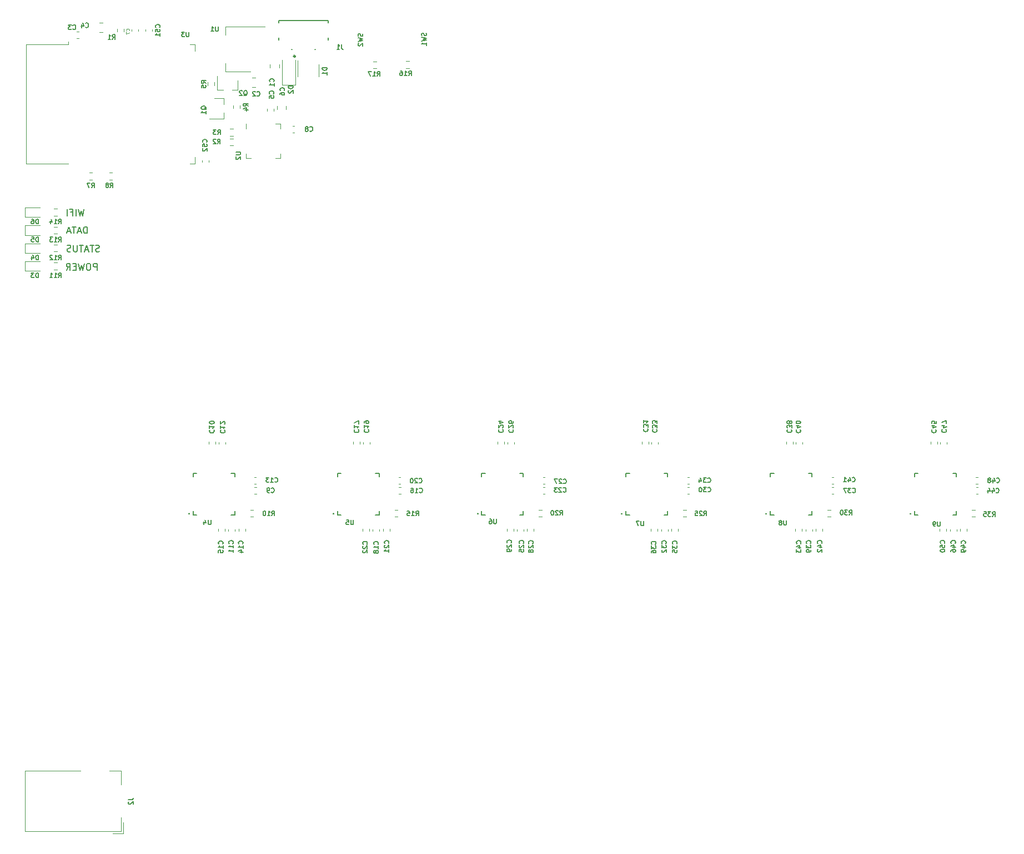
<source format=gbr>
%TF.GenerationSoftware,KiCad,Pcbnew,(5.1.7)-1*%
%TF.CreationDate,2021-01-23T13:14:39+03:00*%
%TF.ProjectId,LED_Cloud,4c45445f-436c-46f7-9564-2e6b69636164,rev?*%
%TF.SameCoordinates,Original*%
%TF.FileFunction,Legend,Bot*%
%TF.FilePolarity,Positive*%
%FSLAX46Y46*%
G04 Gerber Fmt 4.6, Leading zero omitted, Abs format (unit mm)*
G04 Created by KiCad (PCBNEW (5.1.7)-1) date 2021-01-23 13:14:39*
%MOMM*%
%LPD*%
G01*
G04 APERTURE LIST*
%ADD10C,0.150000*%
%ADD11C,0.120000*%
%ADD12C,0.152400*%
%ADD13C,0.300000*%
%ADD14C,0.127000*%
%ADD15C,0.125000*%
G04 APERTURE END LIST*
D10*
X26009523Y-76052380D02*
X26009523Y-75052380D01*
X25628571Y-75052380D01*
X25533333Y-75100000D01*
X25485714Y-75147619D01*
X25438095Y-75242857D01*
X25438095Y-75385714D01*
X25485714Y-75480952D01*
X25533333Y-75528571D01*
X25628571Y-75576190D01*
X26009523Y-75576190D01*
X24819047Y-75052380D02*
X24628571Y-75052380D01*
X24533333Y-75100000D01*
X24438095Y-75195238D01*
X24390476Y-75385714D01*
X24390476Y-75719047D01*
X24438095Y-75909523D01*
X24533333Y-76004761D01*
X24628571Y-76052380D01*
X24819047Y-76052380D01*
X24914285Y-76004761D01*
X25009523Y-75909523D01*
X25057142Y-75719047D01*
X25057142Y-75385714D01*
X25009523Y-75195238D01*
X24914285Y-75100000D01*
X24819047Y-75052380D01*
X24057142Y-75052380D02*
X23819047Y-76052380D01*
X23628571Y-75338095D01*
X23438095Y-76052380D01*
X23200000Y-75052380D01*
X22819047Y-75528571D02*
X22485714Y-75528571D01*
X22342857Y-76052380D02*
X22819047Y-76052380D01*
X22819047Y-75052380D01*
X22342857Y-75052380D01*
X21342857Y-76052380D02*
X21676190Y-75576190D01*
X21914285Y-76052380D02*
X21914285Y-75052380D01*
X21533333Y-75052380D01*
X21438095Y-75100000D01*
X21390476Y-75147619D01*
X21342857Y-75242857D01*
X21342857Y-75385714D01*
X21390476Y-75480952D01*
X21438095Y-75528571D01*
X21533333Y-75576190D01*
X21914285Y-75576190D01*
X26376190Y-73204761D02*
X26233333Y-73252380D01*
X25995238Y-73252380D01*
X25900000Y-73204761D01*
X25852380Y-73157142D01*
X25804761Y-73061904D01*
X25804761Y-72966666D01*
X25852380Y-72871428D01*
X25900000Y-72823809D01*
X25995238Y-72776190D01*
X26185714Y-72728571D01*
X26280952Y-72680952D01*
X26328571Y-72633333D01*
X26376190Y-72538095D01*
X26376190Y-72442857D01*
X26328571Y-72347619D01*
X26280952Y-72300000D01*
X26185714Y-72252380D01*
X25947619Y-72252380D01*
X25804761Y-72300000D01*
X25519047Y-72252380D02*
X24947619Y-72252380D01*
X25233333Y-73252380D02*
X25233333Y-72252380D01*
X24661904Y-72966666D02*
X24185714Y-72966666D01*
X24757142Y-73252380D02*
X24423809Y-72252380D01*
X24090476Y-73252380D01*
X23900000Y-72252380D02*
X23328571Y-72252380D01*
X23614285Y-73252380D02*
X23614285Y-72252380D01*
X22995238Y-72252380D02*
X22995238Y-73061904D01*
X22947619Y-73157142D01*
X22900000Y-73204761D01*
X22804761Y-73252380D01*
X22614285Y-73252380D01*
X22519047Y-73204761D01*
X22471428Y-73157142D01*
X22423809Y-73061904D01*
X22423809Y-72252380D01*
X21995238Y-73204761D02*
X21852380Y-73252380D01*
X21614285Y-73252380D01*
X21519047Y-73204761D01*
X21471428Y-73157142D01*
X21423809Y-73061904D01*
X21423809Y-72966666D01*
X21471428Y-72871428D01*
X21519047Y-72823809D01*
X21614285Y-72776190D01*
X21804761Y-72728571D01*
X21900000Y-72680952D01*
X21947619Y-72633333D01*
X21995238Y-72538095D01*
X21995238Y-72442857D01*
X21947619Y-72347619D01*
X21900000Y-72300000D01*
X21804761Y-72252380D01*
X21566666Y-72252380D01*
X21423809Y-72300000D01*
X24500000Y-70452380D02*
X24500000Y-69452380D01*
X24261904Y-69452380D01*
X24119047Y-69500000D01*
X24023809Y-69595238D01*
X23976190Y-69690476D01*
X23928571Y-69880952D01*
X23928571Y-70023809D01*
X23976190Y-70214285D01*
X24023809Y-70309523D01*
X24119047Y-70404761D01*
X24261904Y-70452380D01*
X24500000Y-70452380D01*
X23547619Y-70166666D02*
X23071428Y-70166666D01*
X23642857Y-70452380D02*
X23309523Y-69452380D01*
X22976190Y-70452380D01*
X22785714Y-69452380D02*
X22214285Y-69452380D01*
X22500000Y-70452380D02*
X22500000Y-69452380D01*
X21928571Y-70166666D02*
X21452380Y-70166666D01*
X22023809Y-70452380D02*
X21690476Y-69452380D01*
X21357142Y-70452380D01*
X24033333Y-66752380D02*
X23795238Y-67752380D01*
X23604761Y-67038095D01*
X23414285Y-67752380D01*
X23176190Y-66752380D01*
X22795238Y-67752380D02*
X22795238Y-66752380D01*
X21985714Y-67228571D02*
X22319047Y-67228571D01*
X22319047Y-67752380D02*
X22319047Y-66752380D01*
X21842857Y-66752380D01*
X21461904Y-67752380D02*
X21461904Y-66752380D01*
D11*
%TO.C,U3*%
X21615000Y-41610000D02*
X21615000Y-41230000D01*
X15195000Y-41610000D02*
X21615000Y-41610000D01*
X15195000Y-59850000D02*
X21615000Y-59850000D01*
X15195000Y-41610000D02*
X15195000Y-59850000D01*
X40940000Y-59850000D02*
X40940000Y-58850000D01*
X40160000Y-59850000D02*
X40940000Y-59850000D01*
X40940000Y-41610000D02*
X40940000Y-42610000D01*
X40160000Y-41610000D02*
X40940000Y-41610000D01*
%TO.C,J2*%
X23500000Y-152490000D02*
X15000000Y-152490000D01*
X15000000Y-152490000D02*
X15000000Y-161690000D01*
X15000000Y-161690000D02*
X29700000Y-161690000D01*
X29700000Y-154590000D02*
X29700000Y-152490000D01*
X29700000Y-152490000D02*
X27900000Y-152490000D01*
X30000000Y-160290000D02*
X30000000Y-161990000D01*
X30000000Y-161990000D02*
X28400000Y-161990000D01*
X29700000Y-161690000D02*
X29700000Y-159590000D01*
D12*
%TO.C,U9*%
X151205659Y-113385000D02*
X150665000Y-113385000D01*
X157015000Y-112844341D02*
X157015000Y-113385000D01*
X156474341Y-107035000D02*
X157015000Y-107035000D01*
X150665000Y-107575659D02*
X150665000Y-107035000D01*
X150665000Y-113385000D02*
X150665000Y-112844341D01*
X157015000Y-113385000D02*
X156474341Y-113385000D01*
X157015000Y-107035000D02*
X157015000Y-107575659D01*
X150665000Y-107035000D02*
X151205659Y-107035000D01*
%TO.C,U8*%
X129205659Y-113385000D02*
X128665000Y-113385000D01*
X135015000Y-112844341D02*
X135015000Y-113385000D01*
X134474341Y-107035000D02*
X135015000Y-107035000D01*
X128665000Y-107575659D02*
X128665000Y-107035000D01*
X128665000Y-113385000D02*
X128665000Y-112844341D01*
X135015000Y-113385000D02*
X134474341Y-113385000D01*
X135015000Y-107035000D02*
X135015000Y-107575659D01*
X128665000Y-107035000D02*
X129205659Y-107035000D01*
%TO.C,U7*%
X107205659Y-113385000D02*
X106665000Y-113385000D01*
X113015000Y-112844341D02*
X113015000Y-113385000D01*
X112474341Y-107035000D02*
X113015000Y-107035000D01*
X106665000Y-107575659D02*
X106665000Y-107035000D01*
X106665000Y-113385000D02*
X106665000Y-112844341D01*
X113015000Y-113385000D02*
X112474341Y-113385000D01*
X113015000Y-107035000D02*
X113015000Y-107575659D01*
X106665000Y-107035000D02*
X107205659Y-107035000D01*
%TO.C,U6*%
X85205659Y-113385000D02*
X84665000Y-113385000D01*
X91015000Y-112844341D02*
X91015000Y-113385000D01*
X90474341Y-107035000D02*
X91015000Y-107035000D01*
X84665000Y-107575659D02*
X84665000Y-107035000D01*
X84665000Y-113385000D02*
X84665000Y-112844341D01*
X91015000Y-113385000D02*
X90474341Y-113385000D01*
X91015000Y-107035000D02*
X91015000Y-107575659D01*
X84665000Y-107035000D02*
X85205659Y-107035000D01*
%TO.C,U5*%
X63205659Y-113385000D02*
X62665000Y-113385000D01*
X69015000Y-112844341D02*
X69015000Y-113385000D01*
X68474341Y-107035000D02*
X69015000Y-107035000D01*
X62665000Y-107575659D02*
X62665000Y-107035000D01*
X62665000Y-113385000D02*
X62665000Y-112844341D01*
X69015000Y-113385000D02*
X68474341Y-113385000D01*
X69015000Y-107035000D02*
X69015000Y-107575659D01*
X62665000Y-107035000D02*
X63205659Y-107035000D01*
%TO.C,U4*%
X41205659Y-113385000D02*
X40665000Y-113385000D01*
X47015000Y-112844341D02*
X47015000Y-113385000D01*
X46474341Y-107035000D02*
X47015000Y-107035000D01*
X40665000Y-107575659D02*
X40665000Y-107035000D01*
X40665000Y-113385000D02*
X40665000Y-112844341D01*
X47015000Y-113385000D02*
X46474341Y-113385000D01*
X47015000Y-107035000D02*
X47015000Y-107575659D01*
X40665000Y-107035000D02*
X41205659Y-107035000D01*
D11*
%TO.C,R17*%
X68617258Y-45272500D02*
X68142742Y-45272500D01*
X68617258Y-44227500D02*
X68142742Y-44227500D01*
%TO.C,R16*%
X73617258Y-45242500D02*
X73142742Y-45242500D01*
X73617258Y-44197500D02*
X73142742Y-44197500D01*
%TO.C,C52*%
X43030000Y-59309420D02*
X43030000Y-59590580D01*
X42010000Y-59309420D02*
X42010000Y-59590580D01*
%TO.C,C51*%
X33370000Y-39620580D02*
X33370000Y-39339420D01*
X34390000Y-39620580D02*
X34390000Y-39339420D01*
%TO.C,R14*%
X19462742Y-66717500D02*
X19937258Y-66717500D01*
X19462742Y-67762500D02*
X19937258Y-67762500D01*
%TO.C,R13*%
X19462742Y-69457500D02*
X19937258Y-69457500D01*
X19462742Y-70502500D02*
X19937258Y-70502500D01*
%TO.C,R12*%
X19462742Y-72197500D02*
X19937258Y-72197500D01*
X19462742Y-73242500D02*
X19937258Y-73242500D01*
%TO.C,R11*%
X19462742Y-74937500D02*
X19937258Y-74937500D01*
X19462742Y-75982500D02*
X19937258Y-75982500D01*
%TO.C,D6*%
X15055000Y-66505000D02*
X17340000Y-66505000D01*
X15055000Y-67975000D02*
X15055000Y-66505000D01*
X17340000Y-67975000D02*
X15055000Y-67975000D01*
%TO.C,D5*%
X15055000Y-69245000D02*
X17340000Y-69245000D01*
X15055000Y-70715000D02*
X15055000Y-69245000D01*
X17340000Y-70715000D02*
X15055000Y-70715000D01*
%TO.C,D4*%
X15055000Y-71985000D02*
X17340000Y-71985000D01*
X15055000Y-73455000D02*
X15055000Y-71985000D01*
X17340000Y-73455000D02*
X15055000Y-73455000D01*
%TO.C,D3*%
X15055000Y-74725000D02*
X17340000Y-74725000D01*
X15055000Y-76195000D02*
X15055000Y-74725000D01*
X17340000Y-76195000D02*
X15055000Y-76195000D01*
%TO.C,U2*%
X48730000Y-58265000D02*
X48730000Y-58990000D01*
X48730000Y-58990000D02*
X49455000Y-58990000D01*
X53950000Y-54495000D02*
X53950000Y-53770000D01*
X53950000Y-53770000D02*
X53225000Y-53770000D01*
X53950000Y-58265000D02*
X53950000Y-58990000D01*
X53950000Y-58990000D02*
X53225000Y-58990000D01*
X48730000Y-54495000D02*
X48730000Y-53770000D01*
%TO.C,U1*%
X45610000Y-45770000D02*
X45610000Y-44510000D01*
X45610000Y-38950000D02*
X45610000Y-40210000D01*
X49370000Y-45770000D02*
X45610000Y-45770000D01*
X51620000Y-38950000D02*
X45610000Y-38950000D01*
%TO.C,R8*%
X28347258Y-61217500D02*
X27872742Y-61217500D01*
X28347258Y-62262500D02*
X27872742Y-62262500D01*
%TO.C,R7*%
X24842742Y-62252500D02*
X25317258Y-62252500D01*
X24842742Y-61207500D02*
X25317258Y-61207500D01*
%TO.C,R5*%
X42857500Y-47382742D02*
X42857500Y-47857258D01*
X43902500Y-47382742D02*
X43902500Y-47857258D01*
%TO.C,R4*%
X47802500Y-51397258D02*
X47802500Y-50922742D01*
X46757500Y-51397258D02*
X46757500Y-50922742D01*
%TO.C,R3*%
X46302742Y-55552500D02*
X46777258Y-55552500D01*
X46302742Y-54507500D02*
X46777258Y-54507500D01*
%TO.C,R2*%
X46292742Y-57062500D02*
X46767258Y-57062500D01*
X46292742Y-56017500D02*
X46767258Y-56017500D01*
%TO.C,R1*%
X30132500Y-39687258D02*
X30132500Y-39212742D01*
X29087500Y-39687258D02*
X29087500Y-39212742D01*
%TO.C,Q2*%
X47500000Y-48600000D02*
X46570000Y-48600000D01*
X44340000Y-48600000D02*
X45270000Y-48600000D01*
X44340000Y-48600000D02*
X44340000Y-46440000D01*
X47500000Y-48600000D02*
X47500000Y-47140000D01*
%TO.C,Q1*%
X45320000Y-49810000D02*
X45320000Y-50740000D01*
X45320000Y-52970000D02*
X45320000Y-52040000D01*
X45320000Y-52970000D02*
X43160000Y-52970000D01*
X45320000Y-49810000D02*
X43860000Y-49810000D01*
D13*
%TO.C,J1*%
X56210000Y-43435000D02*
G75*
G03*
X56210000Y-43435000I-100000J0D01*
G01*
D14*
X59230000Y-42360000D02*
X59340000Y-42360000D01*
X55680000Y-42360000D02*
X55790000Y-42360000D01*
X61260000Y-38010000D02*
X61260000Y-38285000D01*
X53760000Y-38010000D02*
X61260000Y-38010000D01*
X53760000Y-38285000D02*
X53760000Y-38010000D01*
X61260000Y-40985000D02*
X61260000Y-40635000D01*
X53760000Y-40985000D02*
X53760000Y-40635000D01*
D11*
%TO.C,D2*%
X59850000Y-44710000D02*
X59850000Y-46510000D01*
X56630000Y-46510000D02*
X56630000Y-44060000D01*
%TO.C,D1*%
X56250000Y-47810000D02*
X54250000Y-47810000D01*
X54250000Y-47810000D02*
X54250000Y-43960000D01*
X56250000Y-47810000D02*
X56250000Y-43960000D01*
%TO.C,C8*%
X56110580Y-54050000D02*
X55829420Y-54050000D01*
X56110580Y-55070000D02*
X55829420Y-55070000D01*
%TO.C,C7*%
X31280000Y-39339420D02*
X31280000Y-39620580D01*
X32300000Y-39339420D02*
X32300000Y-39620580D01*
%TO.C,C6*%
X53430000Y-50988748D02*
X53430000Y-51511252D01*
X54850000Y-50988748D02*
X54850000Y-51511252D01*
%TO.C,C5*%
X51910000Y-51479420D02*
X51910000Y-51760580D01*
X52930000Y-51479420D02*
X52930000Y-51760580D01*
%TO.C,C4*%
X26911252Y-38350000D02*
X26388748Y-38350000D01*
X26911252Y-39770000D02*
X26388748Y-39770000D01*
%TO.C,C3*%
X22939420Y-40680000D02*
X23220580Y-40680000D01*
X22939420Y-39660000D02*
X23220580Y-39660000D01*
%TO.C,C2*%
X50181252Y-46740000D02*
X49658748Y-46740000D01*
X50181252Y-48160000D02*
X49658748Y-48160000D01*
%TO.C,C1*%
X52370000Y-44673748D02*
X52370000Y-45196252D01*
X53790000Y-44673748D02*
X53790000Y-45196252D01*
%TO.C,C46*%
X157070000Y-115589420D02*
X157070000Y-115870580D01*
X156050000Y-115589420D02*
X156050000Y-115870580D01*
%TO.C,C44*%
X160029420Y-109150000D02*
X160310580Y-109150000D01*
X160029420Y-110170000D02*
X160310580Y-110170000D01*
%TO.C,C49*%
X158620000Y-115579420D02*
X158620000Y-115860580D01*
X157600000Y-115579420D02*
X157600000Y-115860580D01*
%TO.C,C50*%
X155500000Y-115579420D02*
X155500000Y-115860580D01*
X154480000Y-115579420D02*
X154480000Y-115860580D01*
%TO.C,C45*%
X153080000Y-102560580D02*
X153080000Y-102279420D01*
X154100000Y-102560580D02*
X154100000Y-102279420D01*
%TO.C,R35*%
X159857258Y-113712500D02*
X159382742Y-113712500D01*
X159857258Y-112667500D02*
X159382742Y-112667500D01*
%TO.C,C47*%
X154570000Y-102570580D02*
X154570000Y-102289420D01*
X155590000Y-102570580D02*
X155590000Y-102289420D01*
%TO.C,C48*%
X160009420Y-107690000D02*
X160290580Y-107690000D01*
X160009420Y-108710000D02*
X160290580Y-108710000D01*
%TO.C,C39*%
X134050000Y-115589420D02*
X134050000Y-115870580D01*
X135070000Y-115589420D02*
X135070000Y-115870580D01*
%TO.C,C37*%
X138029420Y-110170000D02*
X138310580Y-110170000D01*
X138029420Y-109150000D02*
X138310580Y-109150000D01*
%TO.C,C43*%
X132480000Y-115579420D02*
X132480000Y-115860580D01*
X133500000Y-115579420D02*
X133500000Y-115860580D01*
%TO.C,C38*%
X132100000Y-102560580D02*
X132100000Y-102279420D01*
X131080000Y-102560580D02*
X131080000Y-102279420D01*
%TO.C,C40*%
X133590000Y-102570580D02*
X133590000Y-102289420D01*
X132570000Y-102570580D02*
X132570000Y-102289420D01*
%TO.C,R30*%
X137857258Y-112667500D02*
X137382742Y-112667500D01*
X137857258Y-113712500D02*
X137382742Y-113712500D01*
%TO.C,C42*%
X135600000Y-115579420D02*
X135600000Y-115860580D01*
X136620000Y-115579420D02*
X136620000Y-115860580D01*
%TO.C,C41*%
X138009420Y-108710000D02*
X138290580Y-108710000D01*
X138009420Y-107690000D02*
X138290580Y-107690000D01*
%TO.C,C30*%
X116029420Y-109150000D02*
X116310580Y-109150000D01*
X116029420Y-110170000D02*
X116310580Y-110170000D01*
%TO.C,C32*%
X113070000Y-115589420D02*
X113070000Y-115870580D01*
X112050000Y-115589420D02*
X112050000Y-115870580D01*
%TO.C,C31*%
X109080000Y-102560580D02*
X109080000Y-102279420D01*
X110100000Y-102560580D02*
X110100000Y-102279420D01*
%TO.C,C33*%
X110570000Y-102570580D02*
X110570000Y-102289420D01*
X111590000Y-102570580D02*
X111590000Y-102289420D01*
%TO.C,C36*%
X111500000Y-115579420D02*
X111500000Y-115860580D01*
X110480000Y-115579420D02*
X110480000Y-115860580D01*
%TO.C,R25*%
X115857258Y-113712500D02*
X115382742Y-113712500D01*
X115857258Y-112667500D02*
X115382742Y-112667500D01*
%TO.C,C35*%
X114620000Y-115579420D02*
X114620000Y-115860580D01*
X113600000Y-115579420D02*
X113600000Y-115860580D01*
%TO.C,C34*%
X116009420Y-107690000D02*
X116290580Y-107690000D01*
X116009420Y-108710000D02*
X116290580Y-108710000D01*
%TO.C,R20*%
X93857258Y-112667500D02*
X93382742Y-112667500D01*
X93857258Y-113712500D02*
X93382742Y-113712500D01*
%TO.C,C29*%
X88480000Y-115579420D02*
X88480000Y-115860580D01*
X89500000Y-115579420D02*
X89500000Y-115860580D01*
%TO.C,C28*%
X91600000Y-115579420D02*
X91600000Y-115860580D01*
X92620000Y-115579420D02*
X92620000Y-115860580D01*
%TO.C,C26*%
X89590000Y-102570580D02*
X89590000Y-102289420D01*
X88570000Y-102570580D02*
X88570000Y-102289420D01*
%TO.C,C27*%
X94009420Y-108710000D02*
X94290580Y-108710000D01*
X94009420Y-107690000D02*
X94290580Y-107690000D01*
%TO.C,C24*%
X88100000Y-102560580D02*
X88100000Y-102279420D01*
X87080000Y-102560580D02*
X87080000Y-102279420D01*
%TO.C,C25*%
X90050000Y-115589420D02*
X90050000Y-115870580D01*
X91070000Y-115589420D02*
X91070000Y-115870580D01*
%TO.C,C23*%
X94029420Y-110170000D02*
X94310580Y-110170000D01*
X94029420Y-109150000D02*
X94310580Y-109150000D01*
%TO.C,R15*%
X71857258Y-113712500D02*
X71382742Y-113712500D01*
X71857258Y-112667500D02*
X71382742Y-112667500D01*
%TO.C,C18*%
X69070000Y-115589420D02*
X69070000Y-115870580D01*
X68050000Y-115589420D02*
X68050000Y-115870580D01*
%TO.C,C17*%
X65080000Y-102560580D02*
X65080000Y-102279420D01*
X66100000Y-102560580D02*
X66100000Y-102279420D01*
%TO.C,C22*%
X67500000Y-115579420D02*
X67500000Y-115860580D01*
X66480000Y-115579420D02*
X66480000Y-115860580D01*
%TO.C,C21*%
X70620000Y-115579420D02*
X70620000Y-115860580D01*
X69600000Y-115579420D02*
X69600000Y-115860580D01*
%TO.C,C20*%
X72009420Y-107690000D02*
X72290580Y-107690000D01*
X72009420Y-108710000D02*
X72290580Y-108710000D01*
%TO.C,C19*%
X66570000Y-102570580D02*
X66570000Y-102289420D01*
X67590000Y-102570580D02*
X67590000Y-102289420D01*
%TO.C,C16*%
X72029420Y-109150000D02*
X72310580Y-109150000D01*
X72029420Y-110170000D02*
X72310580Y-110170000D01*
%TO.C,R10*%
X49857258Y-112667500D02*
X49382742Y-112667500D01*
X49857258Y-113712500D02*
X49382742Y-113712500D01*
%TO.C,C15*%
X44480000Y-115579420D02*
X44480000Y-115860580D01*
X45500000Y-115579420D02*
X45500000Y-115860580D01*
%TO.C,C14*%
X47600000Y-115579420D02*
X47600000Y-115860580D01*
X48620000Y-115579420D02*
X48620000Y-115860580D01*
%TO.C,C13*%
X50009420Y-108710000D02*
X50290580Y-108710000D01*
X50009420Y-107690000D02*
X50290580Y-107690000D01*
%TO.C,C12*%
X45590000Y-102570580D02*
X45590000Y-102289420D01*
X44570000Y-102570580D02*
X44570000Y-102289420D01*
%TO.C,C11*%
X46050000Y-115589420D02*
X46050000Y-115870580D01*
X47070000Y-115589420D02*
X47070000Y-115870580D01*
%TO.C,C10*%
X44100000Y-102560580D02*
X44100000Y-102279420D01*
X43080000Y-102560580D02*
X43080000Y-102279420D01*
%TO.C,C9*%
X50029420Y-110170000D02*
X50310580Y-110170000D01*
X50029420Y-109150000D02*
X50310580Y-109150000D01*
%TO.C,U3*%
D10*
X40023333Y-39736666D02*
X40023333Y-40303333D01*
X39990000Y-40370000D01*
X39956666Y-40403333D01*
X39890000Y-40436666D01*
X39756666Y-40436666D01*
X39690000Y-40403333D01*
X39656666Y-40370000D01*
X39623333Y-40303333D01*
X39623333Y-39736666D01*
X39356666Y-39736666D02*
X38923333Y-39736666D01*
X39156666Y-40003333D01*
X39056666Y-40003333D01*
X38990000Y-40036666D01*
X38956666Y-40070000D01*
X38923333Y-40136666D01*
X38923333Y-40303333D01*
X38956666Y-40370000D01*
X38990000Y-40403333D01*
X39056666Y-40436666D01*
X39256666Y-40436666D01*
X39323333Y-40403333D01*
X39356666Y-40370000D01*
%TO.C,J2*%
X30816666Y-156856666D02*
X31316666Y-156856666D01*
X31416666Y-156823333D01*
X31483333Y-156756666D01*
X31516666Y-156656666D01*
X31516666Y-156590000D01*
X30883333Y-157156666D02*
X30850000Y-157190000D01*
X30816666Y-157256666D01*
X30816666Y-157423333D01*
X30850000Y-157490000D01*
X30883333Y-157523333D01*
X30950000Y-157556666D01*
X31016666Y-157556666D01*
X31116666Y-157523333D01*
X31516666Y-157123333D01*
X31516666Y-157556666D01*
%TO.C,U9*%
X154573333Y-114426666D02*
X154573333Y-114993333D01*
X154540000Y-115060000D01*
X154506666Y-115093333D01*
X154440000Y-115126666D01*
X154306666Y-115126666D01*
X154240000Y-115093333D01*
X154206666Y-115060000D01*
X154173333Y-114993333D01*
X154173333Y-114426666D01*
X153806666Y-115126666D02*
X153673333Y-115126666D01*
X153606666Y-115093333D01*
X153573333Y-115060000D01*
X153506666Y-114960000D01*
X153473333Y-114826666D01*
X153473333Y-114560000D01*
X153506666Y-114493333D01*
X153540000Y-114460000D01*
X153606666Y-114426666D01*
X153740000Y-114426666D01*
X153806666Y-114460000D01*
X153840000Y-114493333D01*
X153873333Y-114560000D01*
X153873333Y-114726666D01*
X153840000Y-114793333D01*
X153806666Y-114826666D01*
X153740000Y-114860000D01*
X153606666Y-114860000D01*
X153540000Y-114826666D01*
X153506666Y-114793333D01*
X153473333Y-114726666D01*
X150040000Y-113167142D02*
X149992380Y-113214761D01*
X150040000Y-113262380D01*
X150087619Y-113214761D01*
X150040000Y-113167142D01*
X150040000Y-113262380D01*
%TO.C,U8*%
X131113333Y-114246666D02*
X131113333Y-114813333D01*
X131080000Y-114880000D01*
X131046666Y-114913333D01*
X130980000Y-114946666D01*
X130846666Y-114946666D01*
X130780000Y-114913333D01*
X130746666Y-114880000D01*
X130713333Y-114813333D01*
X130713333Y-114246666D01*
X130280000Y-114546666D02*
X130346666Y-114513333D01*
X130380000Y-114480000D01*
X130413333Y-114413333D01*
X130413333Y-114380000D01*
X130380000Y-114313333D01*
X130346666Y-114280000D01*
X130280000Y-114246666D01*
X130146666Y-114246666D01*
X130080000Y-114280000D01*
X130046666Y-114313333D01*
X130013333Y-114380000D01*
X130013333Y-114413333D01*
X130046666Y-114480000D01*
X130080000Y-114513333D01*
X130146666Y-114546666D01*
X130280000Y-114546666D01*
X130346666Y-114580000D01*
X130380000Y-114613333D01*
X130413333Y-114680000D01*
X130413333Y-114813333D01*
X130380000Y-114880000D01*
X130346666Y-114913333D01*
X130280000Y-114946666D01*
X130146666Y-114946666D01*
X130080000Y-114913333D01*
X130046666Y-114880000D01*
X130013333Y-114813333D01*
X130013333Y-114680000D01*
X130046666Y-114613333D01*
X130080000Y-114580000D01*
X130146666Y-114546666D01*
X128040000Y-113167142D02*
X127992380Y-113214761D01*
X128040000Y-113262380D01*
X128087619Y-113214761D01*
X128040000Y-113167142D01*
X128040000Y-113262380D01*
%TO.C,U7*%
X109353333Y-114366666D02*
X109353333Y-114933333D01*
X109320000Y-115000000D01*
X109286666Y-115033333D01*
X109220000Y-115066666D01*
X109086666Y-115066666D01*
X109020000Y-115033333D01*
X108986666Y-115000000D01*
X108953333Y-114933333D01*
X108953333Y-114366666D01*
X108686666Y-114366666D02*
X108220000Y-114366666D01*
X108520000Y-115066666D01*
X106040000Y-113167142D02*
X105992380Y-113214761D01*
X106040000Y-113262380D01*
X106087619Y-113214761D01*
X106040000Y-113167142D01*
X106040000Y-113262380D01*
%TO.C,U6*%
X86893333Y-114056666D02*
X86893333Y-114623333D01*
X86860000Y-114690000D01*
X86826666Y-114723333D01*
X86760000Y-114756666D01*
X86626666Y-114756666D01*
X86560000Y-114723333D01*
X86526666Y-114690000D01*
X86493333Y-114623333D01*
X86493333Y-114056666D01*
X85860000Y-114056666D02*
X85993333Y-114056666D01*
X86060000Y-114090000D01*
X86093333Y-114123333D01*
X86160000Y-114223333D01*
X86193333Y-114356666D01*
X86193333Y-114623333D01*
X86160000Y-114690000D01*
X86126666Y-114723333D01*
X86060000Y-114756666D01*
X85926666Y-114756666D01*
X85860000Y-114723333D01*
X85826666Y-114690000D01*
X85793333Y-114623333D01*
X85793333Y-114456666D01*
X85826666Y-114390000D01*
X85860000Y-114356666D01*
X85926666Y-114323333D01*
X86060000Y-114323333D01*
X86126666Y-114356666D01*
X86160000Y-114390000D01*
X86193333Y-114456666D01*
X84040000Y-113167142D02*
X83992380Y-113214761D01*
X84040000Y-113262380D01*
X84087619Y-113214761D01*
X84040000Y-113167142D01*
X84040000Y-113262380D01*
%TO.C,U5*%
X65093333Y-114186666D02*
X65093333Y-114753333D01*
X65060000Y-114820000D01*
X65026666Y-114853333D01*
X64960000Y-114886666D01*
X64826666Y-114886666D01*
X64760000Y-114853333D01*
X64726666Y-114820000D01*
X64693333Y-114753333D01*
X64693333Y-114186666D01*
X64026666Y-114186666D02*
X64360000Y-114186666D01*
X64393333Y-114520000D01*
X64360000Y-114486666D01*
X64293333Y-114453333D01*
X64126666Y-114453333D01*
X64060000Y-114486666D01*
X64026666Y-114520000D01*
X63993333Y-114586666D01*
X63993333Y-114753333D01*
X64026666Y-114820000D01*
X64060000Y-114853333D01*
X64126666Y-114886666D01*
X64293333Y-114886666D01*
X64360000Y-114853333D01*
X64393333Y-114820000D01*
X62040000Y-113167142D02*
X61992380Y-113214761D01*
X62040000Y-113262380D01*
X62087619Y-113214761D01*
X62040000Y-113167142D01*
X62040000Y-113262380D01*
%TO.C,U4*%
X43363333Y-114176666D02*
X43363333Y-114743333D01*
X43330000Y-114810000D01*
X43296666Y-114843333D01*
X43230000Y-114876666D01*
X43096666Y-114876666D01*
X43030000Y-114843333D01*
X42996666Y-114810000D01*
X42963333Y-114743333D01*
X42963333Y-114176666D01*
X42330000Y-114410000D02*
X42330000Y-114876666D01*
X42496666Y-114143333D02*
X42663333Y-114643333D01*
X42230000Y-114643333D01*
X40040000Y-113167142D02*
X39992380Y-113214761D01*
X40040000Y-113262380D01*
X40087619Y-113214761D01*
X40040000Y-113167142D01*
X40040000Y-113262380D01*
%TO.C,SW2*%
X66493333Y-39986666D02*
X66526666Y-40086666D01*
X66526666Y-40253333D01*
X66493333Y-40320000D01*
X66460000Y-40353333D01*
X66393333Y-40386666D01*
X66326666Y-40386666D01*
X66260000Y-40353333D01*
X66226666Y-40320000D01*
X66193333Y-40253333D01*
X66160000Y-40120000D01*
X66126666Y-40053333D01*
X66093333Y-40020000D01*
X66026666Y-39986666D01*
X65960000Y-39986666D01*
X65893333Y-40020000D01*
X65860000Y-40053333D01*
X65826666Y-40120000D01*
X65826666Y-40286666D01*
X65860000Y-40386666D01*
X65826666Y-40620000D02*
X66526666Y-40786666D01*
X66026666Y-40920000D01*
X66526666Y-41053333D01*
X65826666Y-41220000D01*
X65893333Y-41453333D02*
X65860000Y-41486666D01*
X65826666Y-41553333D01*
X65826666Y-41720000D01*
X65860000Y-41786666D01*
X65893333Y-41820000D01*
X65960000Y-41853333D01*
X66026666Y-41853333D01*
X66126666Y-41820000D01*
X66526666Y-41420000D01*
X66526666Y-41853333D01*
%TO.C,SW1*%
X76173333Y-39906666D02*
X76206666Y-40006666D01*
X76206666Y-40173333D01*
X76173333Y-40240000D01*
X76140000Y-40273333D01*
X76073333Y-40306666D01*
X76006666Y-40306666D01*
X75940000Y-40273333D01*
X75906666Y-40240000D01*
X75873333Y-40173333D01*
X75840000Y-40040000D01*
X75806666Y-39973333D01*
X75773333Y-39940000D01*
X75706666Y-39906666D01*
X75640000Y-39906666D01*
X75573333Y-39940000D01*
X75540000Y-39973333D01*
X75506666Y-40040000D01*
X75506666Y-40206666D01*
X75540000Y-40306666D01*
X75506666Y-40540000D02*
X76206666Y-40706666D01*
X75706666Y-40840000D01*
X76206666Y-40973333D01*
X75506666Y-41140000D01*
X76206666Y-41773333D02*
X76206666Y-41373333D01*
X76206666Y-41573333D02*
X75506666Y-41573333D01*
X75606666Y-41506666D01*
X75673333Y-41440000D01*
X75706666Y-41373333D01*
%TO.C,R17*%
X68730000Y-46476666D02*
X68963333Y-46143333D01*
X69130000Y-46476666D02*
X69130000Y-45776666D01*
X68863333Y-45776666D01*
X68796666Y-45810000D01*
X68763333Y-45843333D01*
X68730000Y-45910000D01*
X68730000Y-46010000D01*
X68763333Y-46076666D01*
X68796666Y-46110000D01*
X68863333Y-46143333D01*
X69130000Y-46143333D01*
X68063333Y-46476666D02*
X68463333Y-46476666D01*
X68263333Y-46476666D02*
X68263333Y-45776666D01*
X68330000Y-45876666D01*
X68396666Y-45943333D01*
X68463333Y-45976666D01*
X67830000Y-45776666D02*
X67363333Y-45776666D01*
X67663333Y-46476666D01*
%TO.C,R16*%
X73520000Y-46366666D02*
X73753333Y-46033333D01*
X73920000Y-46366666D02*
X73920000Y-45666666D01*
X73653333Y-45666666D01*
X73586666Y-45700000D01*
X73553333Y-45733333D01*
X73520000Y-45800000D01*
X73520000Y-45900000D01*
X73553333Y-45966666D01*
X73586666Y-46000000D01*
X73653333Y-46033333D01*
X73920000Y-46033333D01*
X72853333Y-46366666D02*
X73253333Y-46366666D01*
X73053333Y-46366666D02*
X73053333Y-45666666D01*
X73120000Y-45766666D01*
X73186666Y-45833333D01*
X73253333Y-45866666D01*
X72253333Y-45666666D02*
X72386666Y-45666666D01*
X72453333Y-45700000D01*
X72486666Y-45733333D01*
X72553333Y-45833333D01*
X72586666Y-45966666D01*
X72586666Y-46233333D01*
X72553333Y-46300000D01*
X72520000Y-46333333D01*
X72453333Y-46366666D01*
X72320000Y-46366666D01*
X72253333Y-46333333D01*
X72220000Y-46300000D01*
X72186666Y-46233333D01*
X72186666Y-46066666D01*
X72220000Y-46000000D01*
X72253333Y-45966666D01*
X72320000Y-45933333D01*
X72453333Y-45933333D01*
X72520000Y-45966666D01*
X72553333Y-46000000D01*
X72586666Y-46066666D01*
%TO.C,C52*%
X42720000Y-56550000D02*
X42753333Y-56516666D01*
X42786666Y-56416666D01*
X42786666Y-56350000D01*
X42753333Y-56250000D01*
X42686666Y-56183333D01*
X42620000Y-56150000D01*
X42486666Y-56116666D01*
X42386666Y-56116666D01*
X42253333Y-56150000D01*
X42186666Y-56183333D01*
X42120000Y-56250000D01*
X42086666Y-56350000D01*
X42086666Y-56416666D01*
X42120000Y-56516666D01*
X42153333Y-56550000D01*
X42086666Y-57183333D02*
X42086666Y-56850000D01*
X42420000Y-56816666D01*
X42386666Y-56850000D01*
X42353333Y-56916666D01*
X42353333Y-57083333D01*
X42386666Y-57150000D01*
X42420000Y-57183333D01*
X42486666Y-57216666D01*
X42653333Y-57216666D01*
X42720000Y-57183333D01*
X42753333Y-57150000D01*
X42786666Y-57083333D01*
X42786666Y-56916666D01*
X42753333Y-56850000D01*
X42720000Y-56816666D01*
X42153333Y-57483333D02*
X42120000Y-57516666D01*
X42086666Y-57583333D01*
X42086666Y-57750000D01*
X42120000Y-57816666D01*
X42153333Y-57850000D01*
X42220000Y-57883333D01*
X42286666Y-57883333D01*
X42386666Y-57850000D01*
X42786666Y-57450000D01*
X42786666Y-57883333D01*
%TO.C,C51*%
X35560000Y-39030000D02*
X35593333Y-38996666D01*
X35626666Y-38896666D01*
X35626666Y-38830000D01*
X35593333Y-38730000D01*
X35526666Y-38663333D01*
X35460000Y-38630000D01*
X35326666Y-38596666D01*
X35226666Y-38596666D01*
X35093333Y-38630000D01*
X35026666Y-38663333D01*
X34960000Y-38730000D01*
X34926666Y-38830000D01*
X34926666Y-38896666D01*
X34960000Y-38996666D01*
X34993333Y-39030000D01*
X34926666Y-39663333D02*
X34926666Y-39330000D01*
X35260000Y-39296666D01*
X35226666Y-39330000D01*
X35193333Y-39396666D01*
X35193333Y-39563333D01*
X35226666Y-39630000D01*
X35260000Y-39663333D01*
X35326666Y-39696666D01*
X35493333Y-39696666D01*
X35560000Y-39663333D01*
X35593333Y-39630000D01*
X35626666Y-39563333D01*
X35626666Y-39396666D01*
X35593333Y-39330000D01*
X35560000Y-39296666D01*
X35626666Y-40363333D02*
X35626666Y-39963333D01*
X35626666Y-40163333D02*
X34926666Y-40163333D01*
X35026666Y-40096666D01*
X35093333Y-40030000D01*
X35126666Y-39963333D01*
%TO.C,R14*%
X20150000Y-68986666D02*
X20383333Y-68653333D01*
X20550000Y-68986666D02*
X20550000Y-68286666D01*
X20283333Y-68286666D01*
X20216666Y-68320000D01*
X20183333Y-68353333D01*
X20150000Y-68420000D01*
X20150000Y-68520000D01*
X20183333Y-68586666D01*
X20216666Y-68620000D01*
X20283333Y-68653333D01*
X20550000Y-68653333D01*
X19483333Y-68986666D02*
X19883333Y-68986666D01*
X19683333Y-68986666D02*
X19683333Y-68286666D01*
X19750000Y-68386666D01*
X19816666Y-68453333D01*
X19883333Y-68486666D01*
X18883333Y-68520000D02*
X18883333Y-68986666D01*
X19050000Y-68253333D02*
X19216666Y-68753333D01*
X18783333Y-68753333D01*
%TO.C,R13*%
X20150000Y-71726666D02*
X20383333Y-71393333D01*
X20550000Y-71726666D02*
X20550000Y-71026666D01*
X20283333Y-71026666D01*
X20216666Y-71060000D01*
X20183333Y-71093333D01*
X20150000Y-71160000D01*
X20150000Y-71260000D01*
X20183333Y-71326666D01*
X20216666Y-71360000D01*
X20283333Y-71393333D01*
X20550000Y-71393333D01*
X19483333Y-71726666D02*
X19883333Y-71726666D01*
X19683333Y-71726666D02*
X19683333Y-71026666D01*
X19750000Y-71126666D01*
X19816666Y-71193333D01*
X19883333Y-71226666D01*
X19250000Y-71026666D02*
X18816666Y-71026666D01*
X19050000Y-71293333D01*
X18950000Y-71293333D01*
X18883333Y-71326666D01*
X18850000Y-71360000D01*
X18816666Y-71426666D01*
X18816666Y-71593333D01*
X18850000Y-71660000D01*
X18883333Y-71693333D01*
X18950000Y-71726666D01*
X19150000Y-71726666D01*
X19216666Y-71693333D01*
X19250000Y-71660000D01*
%TO.C,R12*%
X20150000Y-74466666D02*
X20383333Y-74133333D01*
X20550000Y-74466666D02*
X20550000Y-73766666D01*
X20283333Y-73766666D01*
X20216666Y-73800000D01*
X20183333Y-73833333D01*
X20150000Y-73900000D01*
X20150000Y-74000000D01*
X20183333Y-74066666D01*
X20216666Y-74100000D01*
X20283333Y-74133333D01*
X20550000Y-74133333D01*
X19483333Y-74466666D02*
X19883333Y-74466666D01*
X19683333Y-74466666D02*
X19683333Y-73766666D01*
X19750000Y-73866666D01*
X19816666Y-73933333D01*
X19883333Y-73966666D01*
X19216666Y-73833333D02*
X19183333Y-73800000D01*
X19116666Y-73766666D01*
X18950000Y-73766666D01*
X18883333Y-73800000D01*
X18850000Y-73833333D01*
X18816666Y-73900000D01*
X18816666Y-73966666D01*
X18850000Y-74066666D01*
X19250000Y-74466666D01*
X18816666Y-74466666D01*
%TO.C,R11*%
X20150000Y-77206666D02*
X20383333Y-76873333D01*
X20550000Y-77206666D02*
X20550000Y-76506666D01*
X20283333Y-76506666D01*
X20216666Y-76540000D01*
X20183333Y-76573333D01*
X20150000Y-76640000D01*
X20150000Y-76740000D01*
X20183333Y-76806666D01*
X20216666Y-76840000D01*
X20283333Y-76873333D01*
X20550000Y-76873333D01*
X19483333Y-77206666D02*
X19883333Y-77206666D01*
X19683333Y-77206666D02*
X19683333Y-76506666D01*
X19750000Y-76606666D01*
X19816666Y-76673333D01*
X19883333Y-76706666D01*
X18816666Y-77206666D02*
X19216666Y-77206666D01*
X19016666Y-77206666D02*
X19016666Y-76506666D01*
X19083333Y-76606666D01*
X19150000Y-76673333D01*
X19216666Y-76706666D01*
%TO.C,D6*%
X17056666Y-68986666D02*
X17056666Y-68286666D01*
X16890000Y-68286666D01*
X16790000Y-68320000D01*
X16723333Y-68386666D01*
X16690000Y-68453333D01*
X16656666Y-68586666D01*
X16656666Y-68686666D01*
X16690000Y-68820000D01*
X16723333Y-68886666D01*
X16790000Y-68953333D01*
X16890000Y-68986666D01*
X17056666Y-68986666D01*
X16056666Y-68286666D02*
X16190000Y-68286666D01*
X16256666Y-68320000D01*
X16290000Y-68353333D01*
X16356666Y-68453333D01*
X16390000Y-68586666D01*
X16390000Y-68853333D01*
X16356666Y-68920000D01*
X16323333Y-68953333D01*
X16256666Y-68986666D01*
X16123333Y-68986666D01*
X16056666Y-68953333D01*
X16023333Y-68920000D01*
X15990000Y-68853333D01*
X15990000Y-68686666D01*
X16023333Y-68620000D01*
X16056666Y-68586666D01*
X16123333Y-68553333D01*
X16256666Y-68553333D01*
X16323333Y-68586666D01*
X16356666Y-68620000D01*
X16390000Y-68686666D01*
%TO.C,D5*%
X17056666Y-71726666D02*
X17056666Y-71026666D01*
X16890000Y-71026666D01*
X16790000Y-71060000D01*
X16723333Y-71126666D01*
X16690000Y-71193333D01*
X16656666Y-71326666D01*
X16656666Y-71426666D01*
X16690000Y-71560000D01*
X16723333Y-71626666D01*
X16790000Y-71693333D01*
X16890000Y-71726666D01*
X17056666Y-71726666D01*
X16023333Y-71026666D02*
X16356666Y-71026666D01*
X16390000Y-71360000D01*
X16356666Y-71326666D01*
X16290000Y-71293333D01*
X16123333Y-71293333D01*
X16056666Y-71326666D01*
X16023333Y-71360000D01*
X15990000Y-71426666D01*
X15990000Y-71593333D01*
X16023333Y-71660000D01*
X16056666Y-71693333D01*
X16123333Y-71726666D01*
X16290000Y-71726666D01*
X16356666Y-71693333D01*
X16390000Y-71660000D01*
%TO.C,D4*%
X17056666Y-74466666D02*
X17056666Y-73766666D01*
X16890000Y-73766666D01*
X16790000Y-73800000D01*
X16723333Y-73866666D01*
X16690000Y-73933333D01*
X16656666Y-74066666D01*
X16656666Y-74166666D01*
X16690000Y-74300000D01*
X16723333Y-74366666D01*
X16790000Y-74433333D01*
X16890000Y-74466666D01*
X17056666Y-74466666D01*
X16056666Y-74000000D02*
X16056666Y-74466666D01*
X16223333Y-73733333D02*
X16390000Y-74233333D01*
X15956666Y-74233333D01*
%TO.C,D3*%
X17056666Y-77206666D02*
X17056666Y-76506666D01*
X16890000Y-76506666D01*
X16790000Y-76540000D01*
X16723333Y-76606666D01*
X16690000Y-76673333D01*
X16656666Y-76806666D01*
X16656666Y-76906666D01*
X16690000Y-77040000D01*
X16723333Y-77106666D01*
X16790000Y-77173333D01*
X16890000Y-77206666D01*
X17056666Y-77206666D01*
X16423333Y-76506666D02*
X15990000Y-76506666D01*
X16223333Y-76773333D01*
X16123333Y-76773333D01*
X16056666Y-76806666D01*
X16023333Y-76840000D01*
X15990000Y-76906666D01*
X15990000Y-77073333D01*
X16023333Y-77140000D01*
X16056666Y-77173333D01*
X16123333Y-77206666D01*
X16323333Y-77206666D01*
X16390000Y-77173333D01*
X16423333Y-77140000D01*
%TO.C,U2*%
X47176666Y-58056666D02*
X47743333Y-58056666D01*
X47810000Y-58090000D01*
X47843333Y-58123333D01*
X47876666Y-58190000D01*
X47876666Y-58323333D01*
X47843333Y-58390000D01*
X47810000Y-58423333D01*
X47743333Y-58456666D01*
X47176666Y-58456666D01*
X47243333Y-58756666D02*
X47210000Y-58790000D01*
X47176666Y-58856666D01*
X47176666Y-59023333D01*
X47210000Y-59090000D01*
X47243333Y-59123333D01*
X47310000Y-59156666D01*
X47376666Y-59156666D01*
X47476666Y-59123333D01*
X47876666Y-58723333D01*
X47876666Y-59156666D01*
%TO.C,U1*%
X44493333Y-38916666D02*
X44493333Y-39483333D01*
X44460000Y-39550000D01*
X44426666Y-39583333D01*
X44360000Y-39616666D01*
X44226666Y-39616666D01*
X44160000Y-39583333D01*
X44126666Y-39550000D01*
X44093333Y-39483333D01*
X44093333Y-38916666D01*
X43393333Y-39616666D02*
X43793333Y-39616666D01*
X43593333Y-39616666D02*
X43593333Y-38916666D01*
X43660000Y-39016666D01*
X43726666Y-39083333D01*
X43793333Y-39116666D01*
%TO.C,R8*%
X28026666Y-63456666D02*
X28260000Y-63123333D01*
X28426666Y-63456666D02*
X28426666Y-62756666D01*
X28160000Y-62756666D01*
X28093333Y-62790000D01*
X28060000Y-62823333D01*
X28026666Y-62890000D01*
X28026666Y-62990000D01*
X28060000Y-63056666D01*
X28093333Y-63090000D01*
X28160000Y-63123333D01*
X28426666Y-63123333D01*
X27626666Y-63056666D02*
X27693333Y-63023333D01*
X27726666Y-62990000D01*
X27760000Y-62923333D01*
X27760000Y-62890000D01*
X27726666Y-62823333D01*
X27693333Y-62790000D01*
X27626666Y-62756666D01*
X27493333Y-62756666D01*
X27426666Y-62790000D01*
X27393333Y-62823333D01*
X27360000Y-62890000D01*
X27360000Y-62923333D01*
X27393333Y-62990000D01*
X27426666Y-63023333D01*
X27493333Y-63056666D01*
X27626666Y-63056666D01*
X27693333Y-63090000D01*
X27726666Y-63123333D01*
X27760000Y-63190000D01*
X27760000Y-63323333D01*
X27726666Y-63390000D01*
X27693333Y-63423333D01*
X27626666Y-63456666D01*
X27493333Y-63456666D01*
X27426666Y-63423333D01*
X27393333Y-63390000D01*
X27360000Y-63323333D01*
X27360000Y-63190000D01*
X27393333Y-63123333D01*
X27426666Y-63090000D01*
X27493333Y-63056666D01*
%TO.C,R7*%
X25196666Y-63476666D02*
X25430000Y-63143333D01*
X25596666Y-63476666D02*
X25596666Y-62776666D01*
X25330000Y-62776666D01*
X25263333Y-62810000D01*
X25230000Y-62843333D01*
X25196666Y-62910000D01*
X25196666Y-63010000D01*
X25230000Y-63076666D01*
X25263333Y-63110000D01*
X25330000Y-63143333D01*
X25596666Y-63143333D01*
X24963333Y-62776666D02*
X24496666Y-62776666D01*
X24796666Y-63476666D01*
%TO.C,R5*%
X42616666Y-47563333D02*
X42283333Y-47330000D01*
X42616666Y-47163333D02*
X41916666Y-47163333D01*
X41916666Y-47430000D01*
X41950000Y-47496666D01*
X41983333Y-47530000D01*
X42050000Y-47563333D01*
X42150000Y-47563333D01*
X42216666Y-47530000D01*
X42250000Y-47496666D01*
X42283333Y-47430000D01*
X42283333Y-47163333D01*
X41916666Y-48196666D02*
X41916666Y-47863333D01*
X42250000Y-47830000D01*
X42216666Y-47863333D01*
X42183333Y-47930000D01*
X42183333Y-48096666D01*
X42216666Y-48163333D01*
X42250000Y-48196666D01*
X42316666Y-48230000D01*
X42483333Y-48230000D01*
X42550000Y-48196666D01*
X42583333Y-48163333D01*
X42616666Y-48096666D01*
X42616666Y-47930000D01*
X42583333Y-47863333D01*
X42550000Y-47830000D01*
%TO.C,R4*%
X49026666Y-51043333D02*
X48693333Y-50810000D01*
X49026666Y-50643333D02*
X48326666Y-50643333D01*
X48326666Y-50910000D01*
X48360000Y-50976666D01*
X48393333Y-51010000D01*
X48460000Y-51043333D01*
X48560000Y-51043333D01*
X48626666Y-51010000D01*
X48660000Y-50976666D01*
X48693333Y-50910000D01*
X48693333Y-50643333D01*
X48560000Y-51643333D02*
X49026666Y-51643333D01*
X48293333Y-51476666D02*
X48793333Y-51310000D01*
X48793333Y-51743333D01*
%TO.C,R3*%
X44426666Y-55366666D02*
X44660000Y-55033333D01*
X44826666Y-55366666D02*
X44826666Y-54666666D01*
X44560000Y-54666666D01*
X44493333Y-54700000D01*
X44460000Y-54733333D01*
X44426666Y-54800000D01*
X44426666Y-54900000D01*
X44460000Y-54966666D01*
X44493333Y-55000000D01*
X44560000Y-55033333D01*
X44826666Y-55033333D01*
X44193333Y-54666666D02*
X43760000Y-54666666D01*
X43993333Y-54933333D01*
X43893333Y-54933333D01*
X43826666Y-54966666D01*
X43793333Y-55000000D01*
X43760000Y-55066666D01*
X43760000Y-55233333D01*
X43793333Y-55300000D01*
X43826666Y-55333333D01*
X43893333Y-55366666D01*
X44093333Y-55366666D01*
X44160000Y-55333333D01*
X44193333Y-55300000D01*
%TO.C,R2*%
X44386666Y-56766666D02*
X44620000Y-56433333D01*
X44786666Y-56766666D02*
X44786666Y-56066666D01*
X44520000Y-56066666D01*
X44453333Y-56100000D01*
X44420000Y-56133333D01*
X44386666Y-56200000D01*
X44386666Y-56300000D01*
X44420000Y-56366666D01*
X44453333Y-56400000D01*
X44520000Y-56433333D01*
X44786666Y-56433333D01*
X44120000Y-56133333D02*
X44086666Y-56100000D01*
X44020000Y-56066666D01*
X43853333Y-56066666D01*
X43786666Y-56100000D01*
X43753333Y-56133333D01*
X43720000Y-56200000D01*
X43720000Y-56266666D01*
X43753333Y-56366666D01*
X44153333Y-56766666D01*
X43720000Y-56766666D01*
%TO.C,R1*%
X28356666Y-40836666D02*
X28590000Y-40503333D01*
X28756666Y-40836666D02*
X28756666Y-40136666D01*
X28490000Y-40136666D01*
X28423333Y-40170000D01*
X28390000Y-40203333D01*
X28356666Y-40270000D01*
X28356666Y-40370000D01*
X28390000Y-40436666D01*
X28423333Y-40470000D01*
X28490000Y-40503333D01*
X28756666Y-40503333D01*
X27690000Y-40836666D02*
X28090000Y-40836666D01*
X27890000Y-40836666D02*
X27890000Y-40136666D01*
X27956666Y-40236666D01*
X28023333Y-40303333D01*
X28090000Y-40336666D01*
%TO.C,Q2*%
X48376666Y-49443333D02*
X48443333Y-49410000D01*
X48510000Y-49343333D01*
X48610000Y-49243333D01*
X48676666Y-49210000D01*
X48743333Y-49210000D01*
X48710000Y-49376666D02*
X48776666Y-49343333D01*
X48843333Y-49276666D01*
X48876666Y-49143333D01*
X48876666Y-48910000D01*
X48843333Y-48776666D01*
X48776666Y-48710000D01*
X48710000Y-48676666D01*
X48576666Y-48676666D01*
X48510000Y-48710000D01*
X48443333Y-48776666D01*
X48410000Y-48910000D01*
X48410000Y-49143333D01*
X48443333Y-49276666D01*
X48510000Y-49343333D01*
X48576666Y-49376666D01*
X48710000Y-49376666D01*
X48143333Y-48743333D02*
X48110000Y-48710000D01*
X48043333Y-48676666D01*
X47876666Y-48676666D01*
X47810000Y-48710000D01*
X47776666Y-48743333D01*
X47743333Y-48810000D01*
X47743333Y-48876666D01*
X47776666Y-48976666D01*
X48176666Y-49376666D01*
X47743333Y-49376666D01*
%TO.C,Q1*%
X42673333Y-51563333D02*
X42640000Y-51496666D01*
X42573333Y-51430000D01*
X42473333Y-51330000D01*
X42440000Y-51263333D01*
X42440000Y-51196666D01*
X42606666Y-51230000D02*
X42573333Y-51163333D01*
X42506666Y-51096666D01*
X42373333Y-51063333D01*
X42140000Y-51063333D01*
X42006666Y-51096666D01*
X41940000Y-51163333D01*
X41906666Y-51230000D01*
X41906666Y-51363333D01*
X41940000Y-51430000D01*
X42006666Y-51496666D01*
X42140000Y-51530000D01*
X42373333Y-51530000D01*
X42506666Y-51496666D01*
X42573333Y-51430000D01*
X42606666Y-51363333D01*
X42606666Y-51230000D01*
X42606666Y-52196666D02*
X42606666Y-51796666D01*
X42606666Y-51996666D02*
X41906666Y-51996666D01*
X42006666Y-51930000D01*
X42073333Y-51863333D01*
X42106666Y-51796666D01*
%TO.C,J1*%
X63283333Y-41646666D02*
X63283333Y-42146666D01*
X63316666Y-42246666D01*
X63383333Y-42313333D01*
X63483333Y-42346666D01*
X63550000Y-42346666D01*
X62583333Y-42346666D02*
X62983333Y-42346666D01*
X62783333Y-42346666D02*
X62783333Y-41646666D01*
X62850000Y-41746666D01*
X62916666Y-41813333D01*
X62983333Y-41846666D01*
%TO.C,D2*%
X55886666Y-47973333D02*
X55186666Y-47973333D01*
X55186666Y-48140000D01*
X55220000Y-48240000D01*
X55286666Y-48306666D01*
X55353333Y-48340000D01*
X55486666Y-48373333D01*
X55586666Y-48373333D01*
X55720000Y-48340000D01*
X55786666Y-48306666D01*
X55853333Y-48240000D01*
X55886666Y-48140000D01*
X55886666Y-47973333D01*
X55253333Y-48640000D02*
X55220000Y-48673333D01*
X55186666Y-48740000D01*
X55186666Y-48906666D01*
X55220000Y-48973333D01*
X55253333Y-49006666D01*
X55320000Y-49040000D01*
X55386666Y-49040000D01*
X55486666Y-49006666D01*
X55886666Y-48606666D01*
X55886666Y-49040000D01*
%TO.C,D1*%
X61066666Y-45193333D02*
X60366666Y-45193333D01*
X60366666Y-45360000D01*
X60400000Y-45460000D01*
X60466666Y-45526666D01*
X60533333Y-45560000D01*
X60666666Y-45593333D01*
X60766666Y-45593333D01*
X60900000Y-45560000D01*
X60966666Y-45526666D01*
X61033333Y-45460000D01*
X61066666Y-45360000D01*
X61066666Y-45193333D01*
X61066666Y-46260000D02*
X61066666Y-45860000D01*
X61066666Y-46060000D02*
X60366666Y-46060000D01*
X60466666Y-45993333D01*
X60533333Y-45926666D01*
X60566666Y-45860000D01*
%TO.C,C8*%
X58446666Y-54810000D02*
X58480000Y-54843333D01*
X58580000Y-54876666D01*
X58646666Y-54876666D01*
X58746666Y-54843333D01*
X58813333Y-54776666D01*
X58846666Y-54710000D01*
X58880000Y-54576666D01*
X58880000Y-54476666D01*
X58846666Y-54343333D01*
X58813333Y-54276666D01*
X58746666Y-54210000D01*
X58646666Y-54176666D01*
X58580000Y-54176666D01*
X58480000Y-54210000D01*
X58446666Y-54243333D01*
X58046666Y-54476666D02*
X58113333Y-54443333D01*
X58146666Y-54410000D01*
X58180000Y-54343333D01*
X58180000Y-54310000D01*
X58146666Y-54243333D01*
X58113333Y-54210000D01*
X58046666Y-54176666D01*
X57913333Y-54176666D01*
X57846666Y-54210000D01*
X57813333Y-54243333D01*
X57780000Y-54310000D01*
X57780000Y-54343333D01*
X57813333Y-54410000D01*
X57846666Y-54443333D01*
X57913333Y-54476666D01*
X58046666Y-54476666D01*
X58113333Y-54510000D01*
X58146666Y-54543333D01*
X58180000Y-54610000D01*
X58180000Y-54743333D01*
X58146666Y-54810000D01*
X58113333Y-54843333D01*
X58046666Y-54876666D01*
X57913333Y-54876666D01*
X57846666Y-54843333D01*
X57813333Y-54810000D01*
X57780000Y-54743333D01*
X57780000Y-54610000D01*
X57813333Y-54543333D01*
X57846666Y-54510000D01*
X57913333Y-54476666D01*
%TO.C,C7*%
D15*
X30928571Y-39526666D02*
X30952380Y-39502857D01*
X30976190Y-39431428D01*
X30976190Y-39383809D01*
X30952380Y-39312380D01*
X30904761Y-39264761D01*
X30857142Y-39240952D01*
X30761904Y-39217142D01*
X30690476Y-39217142D01*
X30595238Y-39240952D01*
X30547619Y-39264761D01*
X30500000Y-39312380D01*
X30476190Y-39383809D01*
X30476190Y-39431428D01*
X30500000Y-39502857D01*
X30523809Y-39526666D01*
X30476190Y-39693333D02*
X30476190Y-40026666D01*
X30976190Y-39812380D01*
%TO.C,C6*%
D10*
X54540000Y-48683333D02*
X54573333Y-48650000D01*
X54606666Y-48550000D01*
X54606666Y-48483333D01*
X54573333Y-48383333D01*
X54506666Y-48316666D01*
X54440000Y-48283333D01*
X54306666Y-48250000D01*
X54206666Y-48250000D01*
X54073333Y-48283333D01*
X54006666Y-48316666D01*
X53940000Y-48383333D01*
X53906666Y-48483333D01*
X53906666Y-48550000D01*
X53940000Y-48650000D01*
X53973333Y-48683333D01*
X53906666Y-49283333D02*
X53906666Y-49150000D01*
X53940000Y-49083333D01*
X53973333Y-49050000D01*
X54073333Y-48983333D01*
X54206666Y-48950000D01*
X54473333Y-48950000D01*
X54540000Y-48983333D01*
X54573333Y-49016666D01*
X54606666Y-49083333D01*
X54606666Y-49216666D01*
X54573333Y-49283333D01*
X54540000Y-49316666D01*
X54473333Y-49350000D01*
X54306666Y-49350000D01*
X54240000Y-49316666D01*
X54206666Y-49283333D01*
X54173333Y-49216666D01*
X54173333Y-49083333D01*
X54206666Y-49016666D01*
X54240000Y-48983333D01*
X54306666Y-48950000D01*
%TO.C,C5*%
X52900000Y-49173333D02*
X52933333Y-49140000D01*
X52966666Y-49040000D01*
X52966666Y-48973333D01*
X52933333Y-48873333D01*
X52866666Y-48806666D01*
X52800000Y-48773333D01*
X52666666Y-48740000D01*
X52566666Y-48740000D01*
X52433333Y-48773333D01*
X52366666Y-48806666D01*
X52300000Y-48873333D01*
X52266666Y-48973333D01*
X52266666Y-49040000D01*
X52300000Y-49140000D01*
X52333333Y-49173333D01*
X52266666Y-49806666D02*
X52266666Y-49473333D01*
X52600000Y-49440000D01*
X52566666Y-49473333D01*
X52533333Y-49540000D01*
X52533333Y-49706666D01*
X52566666Y-49773333D01*
X52600000Y-49806666D01*
X52666666Y-49840000D01*
X52833333Y-49840000D01*
X52900000Y-49806666D01*
X52933333Y-49773333D01*
X52966666Y-49706666D01*
X52966666Y-49540000D01*
X52933333Y-49473333D01*
X52900000Y-49440000D01*
%TO.C,C4*%
X24256666Y-38980000D02*
X24290000Y-39013333D01*
X24390000Y-39046666D01*
X24456666Y-39046666D01*
X24556666Y-39013333D01*
X24623333Y-38946666D01*
X24656666Y-38880000D01*
X24690000Y-38746666D01*
X24690000Y-38646666D01*
X24656666Y-38513333D01*
X24623333Y-38446666D01*
X24556666Y-38380000D01*
X24456666Y-38346666D01*
X24390000Y-38346666D01*
X24290000Y-38380000D01*
X24256666Y-38413333D01*
X23656666Y-38580000D02*
X23656666Y-39046666D01*
X23823333Y-38313333D02*
X23990000Y-38813333D01*
X23556666Y-38813333D01*
%TO.C,C3*%
X22336666Y-39290000D02*
X22370000Y-39323333D01*
X22470000Y-39356666D01*
X22536666Y-39356666D01*
X22636666Y-39323333D01*
X22703333Y-39256666D01*
X22736666Y-39190000D01*
X22770000Y-39056666D01*
X22770000Y-38956666D01*
X22736666Y-38823333D01*
X22703333Y-38756666D01*
X22636666Y-38690000D01*
X22536666Y-38656666D01*
X22470000Y-38656666D01*
X22370000Y-38690000D01*
X22336666Y-38723333D01*
X22103333Y-38656666D02*
X21670000Y-38656666D01*
X21903333Y-38923333D01*
X21803333Y-38923333D01*
X21736666Y-38956666D01*
X21703333Y-38990000D01*
X21670000Y-39056666D01*
X21670000Y-39223333D01*
X21703333Y-39290000D01*
X21736666Y-39323333D01*
X21803333Y-39356666D01*
X22003333Y-39356666D01*
X22070000Y-39323333D01*
X22103333Y-39290000D01*
%TO.C,C2*%
X50396666Y-49450000D02*
X50430000Y-49483333D01*
X50530000Y-49516666D01*
X50596666Y-49516666D01*
X50696666Y-49483333D01*
X50763333Y-49416666D01*
X50796666Y-49350000D01*
X50830000Y-49216666D01*
X50830000Y-49116666D01*
X50796666Y-48983333D01*
X50763333Y-48916666D01*
X50696666Y-48850000D01*
X50596666Y-48816666D01*
X50530000Y-48816666D01*
X50430000Y-48850000D01*
X50396666Y-48883333D01*
X50130000Y-48883333D02*
X50096666Y-48850000D01*
X50030000Y-48816666D01*
X49863333Y-48816666D01*
X49796666Y-48850000D01*
X49763333Y-48883333D01*
X49730000Y-48950000D01*
X49730000Y-49016666D01*
X49763333Y-49116666D01*
X50163333Y-49516666D01*
X49730000Y-49516666D01*
%TO.C,C1*%
X52950000Y-47303333D02*
X52983333Y-47270000D01*
X53016666Y-47170000D01*
X53016666Y-47103333D01*
X52983333Y-47003333D01*
X52916666Y-46936666D01*
X52850000Y-46903333D01*
X52716666Y-46870000D01*
X52616666Y-46870000D01*
X52483333Y-46903333D01*
X52416666Y-46936666D01*
X52350000Y-47003333D01*
X52316666Y-47103333D01*
X52316666Y-47170000D01*
X52350000Y-47270000D01*
X52383333Y-47303333D01*
X53016666Y-47970000D02*
X53016666Y-47570000D01*
X53016666Y-47770000D02*
X52316666Y-47770000D01*
X52416666Y-47703333D01*
X52483333Y-47636666D01*
X52516666Y-47570000D01*
%TO.C,C46*%
X156840000Y-117750000D02*
X156873333Y-117716666D01*
X156906666Y-117616666D01*
X156906666Y-117550000D01*
X156873333Y-117450000D01*
X156806666Y-117383333D01*
X156740000Y-117350000D01*
X156606666Y-117316666D01*
X156506666Y-117316666D01*
X156373333Y-117350000D01*
X156306666Y-117383333D01*
X156240000Y-117450000D01*
X156206666Y-117550000D01*
X156206666Y-117616666D01*
X156240000Y-117716666D01*
X156273333Y-117750000D01*
X156440000Y-118350000D02*
X156906666Y-118350000D01*
X156173333Y-118183333D02*
X156673333Y-118016666D01*
X156673333Y-118450000D01*
X156206666Y-119016666D02*
X156206666Y-118883333D01*
X156240000Y-118816666D01*
X156273333Y-118783333D01*
X156373333Y-118716666D01*
X156506666Y-118683333D01*
X156773333Y-118683333D01*
X156840000Y-118716666D01*
X156873333Y-118750000D01*
X156906666Y-118816666D01*
X156906666Y-118950000D01*
X156873333Y-119016666D01*
X156840000Y-119050000D01*
X156773333Y-119083333D01*
X156606666Y-119083333D01*
X156540000Y-119050000D01*
X156506666Y-119016666D01*
X156473333Y-118950000D01*
X156473333Y-118816666D01*
X156506666Y-118750000D01*
X156540000Y-118716666D01*
X156606666Y-118683333D01*
%TO.C,C44*%
X163090000Y-109970000D02*
X163123333Y-110003333D01*
X163223333Y-110036666D01*
X163290000Y-110036666D01*
X163390000Y-110003333D01*
X163456666Y-109936666D01*
X163490000Y-109870000D01*
X163523333Y-109736666D01*
X163523333Y-109636666D01*
X163490000Y-109503333D01*
X163456666Y-109436666D01*
X163390000Y-109370000D01*
X163290000Y-109336666D01*
X163223333Y-109336666D01*
X163123333Y-109370000D01*
X163090000Y-109403333D01*
X162490000Y-109570000D02*
X162490000Y-110036666D01*
X162656666Y-109303333D02*
X162823333Y-109803333D01*
X162390000Y-109803333D01*
X161823333Y-109570000D02*
X161823333Y-110036666D01*
X161990000Y-109303333D02*
X162156666Y-109803333D01*
X161723333Y-109803333D01*
%TO.C,C49*%
X158380000Y-117760000D02*
X158413333Y-117726666D01*
X158446666Y-117626666D01*
X158446666Y-117560000D01*
X158413333Y-117460000D01*
X158346666Y-117393333D01*
X158280000Y-117360000D01*
X158146666Y-117326666D01*
X158046666Y-117326666D01*
X157913333Y-117360000D01*
X157846666Y-117393333D01*
X157780000Y-117460000D01*
X157746666Y-117560000D01*
X157746666Y-117626666D01*
X157780000Y-117726666D01*
X157813333Y-117760000D01*
X157980000Y-118360000D02*
X158446666Y-118360000D01*
X157713333Y-118193333D02*
X158213333Y-118026666D01*
X158213333Y-118460000D01*
X158446666Y-118760000D02*
X158446666Y-118893333D01*
X158413333Y-118960000D01*
X158380000Y-118993333D01*
X158280000Y-119060000D01*
X158146666Y-119093333D01*
X157880000Y-119093333D01*
X157813333Y-119060000D01*
X157780000Y-119026666D01*
X157746666Y-118960000D01*
X157746666Y-118826666D01*
X157780000Y-118760000D01*
X157813333Y-118726666D01*
X157880000Y-118693333D01*
X158046666Y-118693333D01*
X158113333Y-118726666D01*
X158146666Y-118760000D01*
X158180000Y-118826666D01*
X158180000Y-118960000D01*
X158146666Y-119026666D01*
X158113333Y-119060000D01*
X158046666Y-119093333D01*
%TO.C,C50*%
X155210000Y-117740000D02*
X155243333Y-117706666D01*
X155276666Y-117606666D01*
X155276666Y-117540000D01*
X155243333Y-117440000D01*
X155176666Y-117373333D01*
X155110000Y-117340000D01*
X154976666Y-117306666D01*
X154876666Y-117306666D01*
X154743333Y-117340000D01*
X154676666Y-117373333D01*
X154610000Y-117440000D01*
X154576666Y-117540000D01*
X154576666Y-117606666D01*
X154610000Y-117706666D01*
X154643333Y-117740000D01*
X154576666Y-118373333D02*
X154576666Y-118040000D01*
X154910000Y-118006666D01*
X154876666Y-118040000D01*
X154843333Y-118106666D01*
X154843333Y-118273333D01*
X154876666Y-118340000D01*
X154910000Y-118373333D01*
X154976666Y-118406666D01*
X155143333Y-118406666D01*
X155210000Y-118373333D01*
X155243333Y-118340000D01*
X155276666Y-118273333D01*
X155276666Y-118106666D01*
X155243333Y-118040000D01*
X155210000Y-118006666D01*
X154576666Y-118840000D02*
X154576666Y-118906666D01*
X154610000Y-118973333D01*
X154643333Y-119006666D01*
X154710000Y-119040000D01*
X154843333Y-119073333D01*
X155010000Y-119073333D01*
X155143333Y-119040000D01*
X155210000Y-119006666D01*
X155243333Y-118973333D01*
X155276666Y-118906666D01*
X155276666Y-118840000D01*
X155243333Y-118773333D01*
X155210000Y-118740000D01*
X155143333Y-118706666D01*
X155010000Y-118673333D01*
X154843333Y-118673333D01*
X154710000Y-118706666D01*
X154643333Y-118740000D01*
X154610000Y-118773333D01*
X154576666Y-118840000D01*
%TO.C,C45*%
X153320000Y-100420000D02*
X153286666Y-100453333D01*
X153253333Y-100553333D01*
X153253333Y-100620000D01*
X153286666Y-100720000D01*
X153353333Y-100786666D01*
X153420000Y-100820000D01*
X153553333Y-100853333D01*
X153653333Y-100853333D01*
X153786666Y-100820000D01*
X153853333Y-100786666D01*
X153920000Y-100720000D01*
X153953333Y-100620000D01*
X153953333Y-100553333D01*
X153920000Y-100453333D01*
X153886666Y-100420000D01*
X153720000Y-99820000D02*
X153253333Y-99820000D01*
X153986666Y-99986666D02*
X153486666Y-100153333D01*
X153486666Y-99720000D01*
X153953333Y-99120000D02*
X153953333Y-99453333D01*
X153620000Y-99486666D01*
X153653333Y-99453333D01*
X153686666Y-99386666D01*
X153686666Y-99220000D01*
X153653333Y-99153333D01*
X153620000Y-99120000D01*
X153553333Y-99086666D01*
X153386666Y-99086666D01*
X153320000Y-99120000D01*
X153286666Y-99153333D01*
X153253333Y-99220000D01*
X153253333Y-99386666D01*
X153286666Y-99453333D01*
X153320000Y-99486666D01*
%TO.C,R35*%
X162540000Y-113636666D02*
X162773333Y-113303333D01*
X162940000Y-113636666D02*
X162940000Y-112936666D01*
X162673333Y-112936666D01*
X162606666Y-112970000D01*
X162573333Y-113003333D01*
X162540000Y-113070000D01*
X162540000Y-113170000D01*
X162573333Y-113236666D01*
X162606666Y-113270000D01*
X162673333Y-113303333D01*
X162940000Y-113303333D01*
X162306666Y-112936666D02*
X161873333Y-112936666D01*
X162106666Y-113203333D01*
X162006666Y-113203333D01*
X161940000Y-113236666D01*
X161906666Y-113270000D01*
X161873333Y-113336666D01*
X161873333Y-113503333D01*
X161906666Y-113570000D01*
X161940000Y-113603333D01*
X162006666Y-113636666D01*
X162206666Y-113636666D01*
X162273333Y-113603333D01*
X162306666Y-113570000D01*
X161240000Y-112936666D02*
X161573333Y-112936666D01*
X161606666Y-113270000D01*
X161573333Y-113236666D01*
X161506666Y-113203333D01*
X161340000Y-113203333D01*
X161273333Y-113236666D01*
X161240000Y-113270000D01*
X161206666Y-113336666D01*
X161206666Y-113503333D01*
X161240000Y-113570000D01*
X161273333Y-113603333D01*
X161340000Y-113636666D01*
X161506666Y-113636666D01*
X161573333Y-113603333D01*
X161606666Y-113570000D01*
%TO.C,C47*%
X154870000Y-100390000D02*
X154836666Y-100423333D01*
X154803333Y-100523333D01*
X154803333Y-100590000D01*
X154836666Y-100690000D01*
X154903333Y-100756666D01*
X154970000Y-100790000D01*
X155103333Y-100823333D01*
X155203333Y-100823333D01*
X155336666Y-100790000D01*
X155403333Y-100756666D01*
X155470000Y-100690000D01*
X155503333Y-100590000D01*
X155503333Y-100523333D01*
X155470000Y-100423333D01*
X155436666Y-100390000D01*
X155270000Y-99790000D02*
X154803333Y-99790000D01*
X155536666Y-99956666D02*
X155036666Y-100123333D01*
X155036666Y-99690000D01*
X155503333Y-99490000D02*
X155503333Y-99023333D01*
X154803333Y-99323333D01*
%TO.C,C48*%
X163170000Y-108410000D02*
X163203333Y-108443333D01*
X163303333Y-108476666D01*
X163370000Y-108476666D01*
X163470000Y-108443333D01*
X163536666Y-108376666D01*
X163570000Y-108310000D01*
X163603333Y-108176666D01*
X163603333Y-108076666D01*
X163570000Y-107943333D01*
X163536666Y-107876666D01*
X163470000Y-107810000D01*
X163370000Y-107776666D01*
X163303333Y-107776666D01*
X163203333Y-107810000D01*
X163170000Y-107843333D01*
X162570000Y-108010000D02*
X162570000Y-108476666D01*
X162736666Y-107743333D02*
X162903333Y-108243333D01*
X162470000Y-108243333D01*
X162103333Y-108076666D02*
X162170000Y-108043333D01*
X162203333Y-108010000D01*
X162236666Y-107943333D01*
X162236666Y-107910000D01*
X162203333Y-107843333D01*
X162170000Y-107810000D01*
X162103333Y-107776666D01*
X161970000Y-107776666D01*
X161903333Y-107810000D01*
X161870000Y-107843333D01*
X161836666Y-107910000D01*
X161836666Y-107943333D01*
X161870000Y-108010000D01*
X161903333Y-108043333D01*
X161970000Y-108076666D01*
X162103333Y-108076666D01*
X162170000Y-108110000D01*
X162203333Y-108143333D01*
X162236666Y-108210000D01*
X162236666Y-108343333D01*
X162203333Y-108410000D01*
X162170000Y-108443333D01*
X162103333Y-108476666D01*
X161970000Y-108476666D01*
X161903333Y-108443333D01*
X161870000Y-108410000D01*
X161836666Y-108343333D01*
X161836666Y-108210000D01*
X161870000Y-108143333D01*
X161903333Y-108110000D01*
X161970000Y-108076666D01*
%TO.C,C39*%
X134780000Y-117780000D02*
X134813333Y-117746666D01*
X134846666Y-117646666D01*
X134846666Y-117580000D01*
X134813333Y-117480000D01*
X134746666Y-117413333D01*
X134680000Y-117380000D01*
X134546666Y-117346666D01*
X134446666Y-117346666D01*
X134313333Y-117380000D01*
X134246666Y-117413333D01*
X134180000Y-117480000D01*
X134146666Y-117580000D01*
X134146666Y-117646666D01*
X134180000Y-117746666D01*
X134213333Y-117780000D01*
X134146666Y-118013333D02*
X134146666Y-118446666D01*
X134413333Y-118213333D01*
X134413333Y-118313333D01*
X134446666Y-118380000D01*
X134480000Y-118413333D01*
X134546666Y-118446666D01*
X134713333Y-118446666D01*
X134780000Y-118413333D01*
X134813333Y-118380000D01*
X134846666Y-118313333D01*
X134846666Y-118113333D01*
X134813333Y-118046666D01*
X134780000Y-118013333D01*
X134846666Y-118780000D02*
X134846666Y-118913333D01*
X134813333Y-118980000D01*
X134780000Y-119013333D01*
X134680000Y-119080000D01*
X134546666Y-119113333D01*
X134280000Y-119113333D01*
X134213333Y-119080000D01*
X134180000Y-119046666D01*
X134146666Y-118980000D01*
X134146666Y-118846666D01*
X134180000Y-118780000D01*
X134213333Y-118746666D01*
X134280000Y-118713333D01*
X134446666Y-118713333D01*
X134513333Y-118746666D01*
X134546666Y-118780000D01*
X134580000Y-118846666D01*
X134580000Y-118980000D01*
X134546666Y-119046666D01*
X134513333Y-119080000D01*
X134446666Y-119113333D01*
%TO.C,C37*%
X141200000Y-109950000D02*
X141233333Y-109983333D01*
X141333333Y-110016666D01*
X141400000Y-110016666D01*
X141500000Y-109983333D01*
X141566666Y-109916666D01*
X141600000Y-109850000D01*
X141633333Y-109716666D01*
X141633333Y-109616666D01*
X141600000Y-109483333D01*
X141566666Y-109416666D01*
X141500000Y-109350000D01*
X141400000Y-109316666D01*
X141333333Y-109316666D01*
X141233333Y-109350000D01*
X141200000Y-109383333D01*
X140966666Y-109316666D02*
X140533333Y-109316666D01*
X140766666Y-109583333D01*
X140666666Y-109583333D01*
X140600000Y-109616666D01*
X140566666Y-109650000D01*
X140533333Y-109716666D01*
X140533333Y-109883333D01*
X140566666Y-109950000D01*
X140600000Y-109983333D01*
X140666666Y-110016666D01*
X140866666Y-110016666D01*
X140933333Y-109983333D01*
X140966666Y-109950000D01*
X140300000Y-109316666D02*
X139833333Y-109316666D01*
X140133333Y-110016666D01*
%TO.C,C43*%
X133280000Y-117790000D02*
X133313333Y-117756666D01*
X133346666Y-117656666D01*
X133346666Y-117590000D01*
X133313333Y-117490000D01*
X133246666Y-117423333D01*
X133180000Y-117390000D01*
X133046666Y-117356666D01*
X132946666Y-117356666D01*
X132813333Y-117390000D01*
X132746666Y-117423333D01*
X132680000Y-117490000D01*
X132646666Y-117590000D01*
X132646666Y-117656666D01*
X132680000Y-117756666D01*
X132713333Y-117790000D01*
X132880000Y-118390000D02*
X133346666Y-118390000D01*
X132613333Y-118223333D02*
X133113333Y-118056666D01*
X133113333Y-118490000D01*
X132646666Y-118690000D02*
X132646666Y-119123333D01*
X132913333Y-118890000D01*
X132913333Y-118990000D01*
X132946666Y-119056666D01*
X132980000Y-119090000D01*
X133046666Y-119123333D01*
X133213333Y-119123333D01*
X133280000Y-119090000D01*
X133313333Y-119056666D01*
X133346666Y-118990000D01*
X133346666Y-118790000D01*
X133313333Y-118723333D01*
X133280000Y-118690000D01*
%TO.C,C38*%
X131290000Y-100400000D02*
X131256666Y-100433333D01*
X131223333Y-100533333D01*
X131223333Y-100600000D01*
X131256666Y-100700000D01*
X131323333Y-100766666D01*
X131390000Y-100800000D01*
X131523333Y-100833333D01*
X131623333Y-100833333D01*
X131756666Y-100800000D01*
X131823333Y-100766666D01*
X131890000Y-100700000D01*
X131923333Y-100600000D01*
X131923333Y-100533333D01*
X131890000Y-100433333D01*
X131856666Y-100400000D01*
X131923333Y-100166666D02*
X131923333Y-99733333D01*
X131656666Y-99966666D01*
X131656666Y-99866666D01*
X131623333Y-99800000D01*
X131590000Y-99766666D01*
X131523333Y-99733333D01*
X131356666Y-99733333D01*
X131290000Y-99766666D01*
X131256666Y-99800000D01*
X131223333Y-99866666D01*
X131223333Y-100066666D01*
X131256666Y-100133333D01*
X131290000Y-100166666D01*
X131623333Y-99333333D02*
X131656666Y-99400000D01*
X131690000Y-99433333D01*
X131756666Y-99466666D01*
X131790000Y-99466666D01*
X131856666Y-99433333D01*
X131890000Y-99400000D01*
X131923333Y-99333333D01*
X131923333Y-99200000D01*
X131890000Y-99133333D01*
X131856666Y-99100000D01*
X131790000Y-99066666D01*
X131756666Y-99066666D01*
X131690000Y-99100000D01*
X131656666Y-99133333D01*
X131623333Y-99200000D01*
X131623333Y-99333333D01*
X131590000Y-99400000D01*
X131556666Y-99433333D01*
X131490000Y-99466666D01*
X131356666Y-99466666D01*
X131290000Y-99433333D01*
X131256666Y-99400000D01*
X131223333Y-99333333D01*
X131223333Y-99200000D01*
X131256666Y-99133333D01*
X131290000Y-99100000D01*
X131356666Y-99066666D01*
X131490000Y-99066666D01*
X131556666Y-99100000D01*
X131590000Y-99133333D01*
X131623333Y-99200000D01*
%TO.C,C40*%
X132660000Y-100420000D02*
X132626666Y-100453333D01*
X132593333Y-100553333D01*
X132593333Y-100620000D01*
X132626666Y-100720000D01*
X132693333Y-100786666D01*
X132760000Y-100820000D01*
X132893333Y-100853333D01*
X132993333Y-100853333D01*
X133126666Y-100820000D01*
X133193333Y-100786666D01*
X133260000Y-100720000D01*
X133293333Y-100620000D01*
X133293333Y-100553333D01*
X133260000Y-100453333D01*
X133226666Y-100420000D01*
X133060000Y-99820000D02*
X132593333Y-99820000D01*
X133326666Y-99986666D02*
X132826666Y-100153333D01*
X132826666Y-99720000D01*
X133293333Y-99320000D02*
X133293333Y-99253333D01*
X133260000Y-99186666D01*
X133226666Y-99153333D01*
X133160000Y-99120000D01*
X133026666Y-99086666D01*
X132860000Y-99086666D01*
X132726666Y-99120000D01*
X132660000Y-99153333D01*
X132626666Y-99186666D01*
X132593333Y-99253333D01*
X132593333Y-99320000D01*
X132626666Y-99386666D01*
X132660000Y-99420000D01*
X132726666Y-99453333D01*
X132860000Y-99486666D01*
X133026666Y-99486666D01*
X133160000Y-99453333D01*
X133226666Y-99420000D01*
X133260000Y-99386666D01*
X133293333Y-99320000D01*
%TO.C,R30*%
X140670000Y-113396666D02*
X140903333Y-113063333D01*
X141070000Y-113396666D02*
X141070000Y-112696666D01*
X140803333Y-112696666D01*
X140736666Y-112730000D01*
X140703333Y-112763333D01*
X140670000Y-112830000D01*
X140670000Y-112930000D01*
X140703333Y-112996666D01*
X140736666Y-113030000D01*
X140803333Y-113063333D01*
X141070000Y-113063333D01*
X140436666Y-112696666D02*
X140003333Y-112696666D01*
X140236666Y-112963333D01*
X140136666Y-112963333D01*
X140070000Y-112996666D01*
X140036666Y-113030000D01*
X140003333Y-113096666D01*
X140003333Y-113263333D01*
X140036666Y-113330000D01*
X140070000Y-113363333D01*
X140136666Y-113396666D01*
X140336666Y-113396666D01*
X140403333Y-113363333D01*
X140436666Y-113330000D01*
X139570000Y-112696666D02*
X139503333Y-112696666D01*
X139436666Y-112730000D01*
X139403333Y-112763333D01*
X139370000Y-112830000D01*
X139336666Y-112963333D01*
X139336666Y-113130000D01*
X139370000Y-113263333D01*
X139403333Y-113330000D01*
X139436666Y-113363333D01*
X139503333Y-113396666D01*
X139570000Y-113396666D01*
X139636666Y-113363333D01*
X139670000Y-113330000D01*
X139703333Y-113263333D01*
X139736666Y-113130000D01*
X139736666Y-112963333D01*
X139703333Y-112830000D01*
X139670000Y-112763333D01*
X139636666Y-112730000D01*
X139570000Y-112696666D01*
%TO.C,C42*%
X136490000Y-117740000D02*
X136523333Y-117706666D01*
X136556666Y-117606666D01*
X136556666Y-117540000D01*
X136523333Y-117440000D01*
X136456666Y-117373333D01*
X136390000Y-117340000D01*
X136256666Y-117306666D01*
X136156666Y-117306666D01*
X136023333Y-117340000D01*
X135956666Y-117373333D01*
X135890000Y-117440000D01*
X135856666Y-117540000D01*
X135856666Y-117606666D01*
X135890000Y-117706666D01*
X135923333Y-117740000D01*
X136090000Y-118340000D02*
X136556666Y-118340000D01*
X135823333Y-118173333D02*
X136323333Y-118006666D01*
X136323333Y-118440000D01*
X135923333Y-118673333D02*
X135890000Y-118706666D01*
X135856666Y-118773333D01*
X135856666Y-118940000D01*
X135890000Y-119006666D01*
X135923333Y-119040000D01*
X135990000Y-119073333D01*
X136056666Y-119073333D01*
X136156666Y-119040000D01*
X136556666Y-118640000D01*
X136556666Y-119073333D01*
%TO.C,C41*%
X141160000Y-108310000D02*
X141193333Y-108343333D01*
X141293333Y-108376666D01*
X141360000Y-108376666D01*
X141460000Y-108343333D01*
X141526666Y-108276666D01*
X141560000Y-108210000D01*
X141593333Y-108076666D01*
X141593333Y-107976666D01*
X141560000Y-107843333D01*
X141526666Y-107776666D01*
X141460000Y-107710000D01*
X141360000Y-107676666D01*
X141293333Y-107676666D01*
X141193333Y-107710000D01*
X141160000Y-107743333D01*
X140560000Y-107910000D02*
X140560000Y-108376666D01*
X140726666Y-107643333D02*
X140893333Y-108143333D01*
X140460000Y-108143333D01*
X139826666Y-108376666D02*
X140226666Y-108376666D01*
X140026666Y-108376666D02*
X140026666Y-107676666D01*
X140093333Y-107776666D01*
X140160000Y-107843333D01*
X140226666Y-107876666D01*
%TO.C,C30*%
X119140000Y-109840000D02*
X119173333Y-109873333D01*
X119273333Y-109906666D01*
X119340000Y-109906666D01*
X119440000Y-109873333D01*
X119506666Y-109806666D01*
X119540000Y-109740000D01*
X119573333Y-109606666D01*
X119573333Y-109506666D01*
X119540000Y-109373333D01*
X119506666Y-109306666D01*
X119440000Y-109240000D01*
X119340000Y-109206666D01*
X119273333Y-109206666D01*
X119173333Y-109240000D01*
X119140000Y-109273333D01*
X118906666Y-109206666D02*
X118473333Y-109206666D01*
X118706666Y-109473333D01*
X118606666Y-109473333D01*
X118540000Y-109506666D01*
X118506666Y-109540000D01*
X118473333Y-109606666D01*
X118473333Y-109773333D01*
X118506666Y-109840000D01*
X118540000Y-109873333D01*
X118606666Y-109906666D01*
X118806666Y-109906666D01*
X118873333Y-109873333D01*
X118906666Y-109840000D01*
X118040000Y-109206666D02*
X117973333Y-109206666D01*
X117906666Y-109240000D01*
X117873333Y-109273333D01*
X117840000Y-109340000D01*
X117806666Y-109473333D01*
X117806666Y-109640000D01*
X117840000Y-109773333D01*
X117873333Y-109840000D01*
X117906666Y-109873333D01*
X117973333Y-109906666D01*
X118040000Y-109906666D01*
X118106666Y-109873333D01*
X118140000Y-109840000D01*
X118173333Y-109773333D01*
X118206666Y-109640000D01*
X118206666Y-109473333D01*
X118173333Y-109340000D01*
X118140000Y-109273333D01*
X118106666Y-109240000D01*
X118040000Y-109206666D01*
%TO.C,C32*%
X112740000Y-117790000D02*
X112773333Y-117756666D01*
X112806666Y-117656666D01*
X112806666Y-117590000D01*
X112773333Y-117490000D01*
X112706666Y-117423333D01*
X112640000Y-117390000D01*
X112506666Y-117356666D01*
X112406666Y-117356666D01*
X112273333Y-117390000D01*
X112206666Y-117423333D01*
X112140000Y-117490000D01*
X112106666Y-117590000D01*
X112106666Y-117656666D01*
X112140000Y-117756666D01*
X112173333Y-117790000D01*
X112106666Y-118023333D02*
X112106666Y-118456666D01*
X112373333Y-118223333D01*
X112373333Y-118323333D01*
X112406666Y-118390000D01*
X112440000Y-118423333D01*
X112506666Y-118456666D01*
X112673333Y-118456666D01*
X112740000Y-118423333D01*
X112773333Y-118390000D01*
X112806666Y-118323333D01*
X112806666Y-118123333D01*
X112773333Y-118056666D01*
X112740000Y-118023333D01*
X112173333Y-118723333D02*
X112140000Y-118756666D01*
X112106666Y-118823333D01*
X112106666Y-118990000D01*
X112140000Y-119056666D01*
X112173333Y-119090000D01*
X112240000Y-119123333D01*
X112306666Y-119123333D01*
X112406666Y-119090000D01*
X112806666Y-118690000D01*
X112806666Y-119123333D01*
%TO.C,C31*%
X109380000Y-100260000D02*
X109346666Y-100293333D01*
X109313333Y-100393333D01*
X109313333Y-100460000D01*
X109346666Y-100560000D01*
X109413333Y-100626666D01*
X109480000Y-100660000D01*
X109613333Y-100693333D01*
X109713333Y-100693333D01*
X109846666Y-100660000D01*
X109913333Y-100626666D01*
X109980000Y-100560000D01*
X110013333Y-100460000D01*
X110013333Y-100393333D01*
X109980000Y-100293333D01*
X109946666Y-100260000D01*
X110013333Y-100026666D02*
X110013333Y-99593333D01*
X109746666Y-99826666D01*
X109746666Y-99726666D01*
X109713333Y-99660000D01*
X109680000Y-99626666D01*
X109613333Y-99593333D01*
X109446666Y-99593333D01*
X109380000Y-99626666D01*
X109346666Y-99660000D01*
X109313333Y-99726666D01*
X109313333Y-99926666D01*
X109346666Y-99993333D01*
X109380000Y-100026666D01*
X109313333Y-98926666D02*
X109313333Y-99326666D01*
X109313333Y-99126666D02*
X110013333Y-99126666D01*
X109913333Y-99193333D01*
X109846666Y-99260000D01*
X109813333Y-99326666D01*
%TO.C,C33*%
X110760000Y-100360000D02*
X110726666Y-100393333D01*
X110693333Y-100493333D01*
X110693333Y-100560000D01*
X110726666Y-100660000D01*
X110793333Y-100726666D01*
X110860000Y-100760000D01*
X110993333Y-100793333D01*
X111093333Y-100793333D01*
X111226666Y-100760000D01*
X111293333Y-100726666D01*
X111360000Y-100660000D01*
X111393333Y-100560000D01*
X111393333Y-100493333D01*
X111360000Y-100393333D01*
X111326666Y-100360000D01*
X111393333Y-100126666D02*
X111393333Y-99693333D01*
X111126666Y-99926666D01*
X111126666Y-99826666D01*
X111093333Y-99760000D01*
X111060000Y-99726666D01*
X110993333Y-99693333D01*
X110826666Y-99693333D01*
X110760000Y-99726666D01*
X110726666Y-99760000D01*
X110693333Y-99826666D01*
X110693333Y-100026666D01*
X110726666Y-100093333D01*
X110760000Y-100126666D01*
X111393333Y-99460000D02*
X111393333Y-99026666D01*
X111126666Y-99260000D01*
X111126666Y-99160000D01*
X111093333Y-99093333D01*
X111060000Y-99060000D01*
X110993333Y-99026666D01*
X110826666Y-99026666D01*
X110760000Y-99060000D01*
X110726666Y-99093333D01*
X110693333Y-99160000D01*
X110693333Y-99360000D01*
X110726666Y-99426666D01*
X110760000Y-99460000D01*
%TO.C,C36*%
X111150000Y-117880000D02*
X111183333Y-117846666D01*
X111216666Y-117746666D01*
X111216666Y-117680000D01*
X111183333Y-117580000D01*
X111116666Y-117513333D01*
X111050000Y-117480000D01*
X110916666Y-117446666D01*
X110816666Y-117446666D01*
X110683333Y-117480000D01*
X110616666Y-117513333D01*
X110550000Y-117580000D01*
X110516666Y-117680000D01*
X110516666Y-117746666D01*
X110550000Y-117846666D01*
X110583333Y-117880000D01*
X110516666Y-118113333D02*
X110516666Y-118546666D01*
X110783333Y-118313333D01*
X110783333Y-118413333D01*
X110816666Y-118480000D01*
X110850000Y-118513333D01*
X110916666Y-118546666D01*
X111083333Y-118546666D01*
X111150000Y-118513333D01*
X111183333Y-118480000D01*
X111216666Y-118413333D01*
X111216666Y-118213333D01*
X111183333Y-118146666D01*
X111150000Y-118113333D01*
X110516666Y-119146666D02*
X110516666Y-119013333D01*
X110550000Y-118946666D01*
X110583333Y-118913333D01*
X110683333Y-118846666D01*
X110816666Y-118813333D01*
X111083333Y-118813333D01*
X111150000Y-118846666D01*
X111183333Y-118880000D01*
X111216666Y-118946666D01*
X111216666Y-119080000D01*
X111183333Y-119146666D01*
X111150000Y-119180000D01*
X111083333Y-119213333D01*
X110916666Y-119213333D01*
X110850000Y-119180000D01*
X110816666Y-119146666D01*
X110783333Y-119080000D01*
X110783333Y-118946666D01*
X110816666Y-118880000D01*
X110850000Y-118846666D01*
X110916666Y-118813333D01*
%TO.C,R25*%
X118530000Y-113526666D02*
X118763333Y-113193333D01*
X118930000Y-113526666D02*
X118930000Y-112826666D01*
X118663333Y-112826666D01*
X118596666Y-112860000D01*
X118563333Y-112893333D01*
X118530000Y-112960000D01*
X118530000Y-113060000D01*
X118563333Y-113126666D01*
X118596666Y-113160000D01*
X118663333Y-113193333D01*
X118930000Y-113193333D01*
X118263333Y-112893333D02*
X118230000Y-112860000D01*
X118163333Y-112826666D01*
X117996666Y-112826666D01*
X117930000Y-112860000D01*
X117896666Y-112893333D01*
X117863333Y-112960000D01*
X117863333Y-113026666D01*
X117896666Y-113126666D01*
X118296666Y-113526666D01*
X117863333Y-113526666D01*
X117230000Y-112826666D02*
X117563333Y-112826666D01*
X117596666Y-113160000D01*
X117563333Y-113126666D01*
X117496666Y-113093333D01*
X117330000Y-113093333D01*
X117263333Y-113126666D01*
X117230000Y-113160000D01*
X117196666Y-113226666D01*
X117196666Y-113393333D01*
X117230000Y-113460000D01*
X117263333Y-113493333D01*
X117330000Y-113526666D01*
X117496666Y-113526666D01*
X117563333Y-113493333D01*
X117596666Y-113460000D01*
%TO.C,C35*%
X114390000Y-117820000D02*
X114423333Y-117786666D01*
X114456666Y-117686666D01*
X114456666Y-117620000D01*
X114423333Y-117520000D01*
X114356666Y-117453333D01*
X114290000Y-117420000D01*
X114156666Y-117386666D01*
X114056666Y-117386666D01*
X113923333Y-117420000D01*
X113856666Y-117453333D01*
X113790000Y-117520000D01*
X113756666Y-117620000D01*
X113756666Y-117686666D01*
X113790000Y-117786666D01*
X113823333Y-117820000D01*
X113756666Y-118053333D02*
X113756666Y-118486666D01*
X114023333Y-118253333D01*
X114023333Y-118353333D01*
X114056666Y-118420000D01*
X114090000Y-118453333D01*
X114156666Y-118486666D01*
X114323333Y-118486666D01*
X114390000Y-118453333D01*
X114423333Y-118420000D01*
X114456666Y-118353333D01*
X114456666Y-118153333D01*
X114423333Y-118086666D01*
X114390000Y-118053333D01*
X113756666Y-119120000D02*
X113756666Y-118786666D01*
X114090000Y-118753333D01*
X114056666Y-118786666D01*
X114023333Y-118853333D01*
X114023333Y-119020000D01*
X114056666Y-119086666D01*
X114090000Y-119120000D01*
X114156666Y-119153333D01*
X114323333Y-119153333D01*
X114390000Y-119120000D01*
X114423333Y-119086666D01*
X114456666Y-119020000D01*
X114456666Y-118853333D01*
X114423333Y-118786666D01*
X114390000Y-118753333D01*
%TO.C,C34*%
X119120000Y-108400000D02*
X119153333Y-108433333D01*
X119253333Y-108466666D01*
X119320000Y-108466666D01*
X119420000Y-108433333D01*
X119486666Y-108366666D01*
X119520000Y-108300000D01*
X119553333Y-108166666D01*
X119553333Y-108066666D01*
X119520000Y-107933333D01*
X119486666Y-107866666D01*
X119420000Y-107800000D01*
X119320000Y-107766666D01*
X119253333Y-107766666D01*
X119153333Y-107800000D01*
X119120000Y-107833333D01*
X118886666Y-107766666D02*
X118453333Y-107766666D01*
X118686666Y-108033333D01*
X118586666Y-108033333D01*
X118520000Y-108066666D01*
X118486666Y-108100000D01*
X118453333Y-108166666D01*
X118453333Y-108333333D01*
X118486666Y-108400000D01*
X118520000Y-108433333D01*
X118586666Y-108466666D01*
X118786666Y-108466666D01*
X118853333Y-108433333D01*
X118886666Y-108400000D01*
X117853333Y-108000000D02*
X117853333Y-108466666D01*
X118020000Y-107733333D02*
X118186666Y-108233333D01*
X117753333Y-108233333D01*
%TO.C,R20*%
X96570000Y-113436666D02*
X96803333Y-113103333D01*
X96970000Y-113436666D02*
X96970000Y-112736666D01*
X96703333Y-112736666D01*
X96636666Y-112770000D01*
X96603333Y-112803333D01*
X96570000Y-112870000D01*
X96570000Y-112970000D01*
X96603333Y-113036666D01*
X96636666Y-113070000D01*
X96703333Y-113103333D01*
X96970000Y-113103333D01*
X96303333Y-112803333D02*
X96270000Y-112770000D01*
X96203333Y-112736666D01*
X96036666Y-112736666D01*
X95970000Y-112770000D01*
X95936666Y-112803333D01*
X95903333Y-112870000D01*
X95903333Y-112936666D01*
X95936666Y-113036666D01*
X96336666Y-113436666D01*
X95903333Y-113436666D01*
X95470000Y-112736666D02*
X95403333Y-112736666D01*
X95336666Y-112770000D01*
X95303333Y-112803333D01*
X95270000Y-112870000D01*
X95236666Y-113003333D01*
X95236666Y-113170000D01*
X95270000Y-113303333D01*
X95303333Y-113370000D01*
X95336666Y-113403333D01*
X95403333Y-113436666D01*
X95470000Y-113436666D01*
X95536666Y-113403333D01*
X95570000Y-113370000D01*
X95603333Y-113303333D01*
X95636666Y-113170000D01*
X95636666Y-113003333D01*
X95603333Y-112870000D01*
X95570000Y-112803333D01*
X95536666Y-112770000D01*
X95470000Y-112736666D01*
%TO.C,C29*%
X89130000Y-117690000D02*
X89163333Y-117656666D01*
X89196666Y-117556666D01*
X89196666Y-117490000D01*
X89163333Y-117390000D01*
X89096666Y-117323333D01*
X89030000Y-117290000D01*
X88896666Y-117256666D01*
X88796666Y-117256666D01*
X88663333Y-117290000D01*
X88596666Y-117323333D01*
X88530000Y-117390000D01*
X88496666Y-117490000D01*
X88496666Y-117556666D01*
X88530000Y-117656666D01*
X88563333Y-117690000D01*
X88563333Y-117956666D02*
X88530000Y-117990000D01*
X88496666Y-118056666D01*
X88496666Y-118223333D01*
X88530000Y-118290000D01*
X88563333Y-118323333D01*
X88630000Y-118356666D01*
X88696666Y-118356666D01*
X88796666Y-118323333D01*
X89196666Y-117923333D01*
X89196666Y-118356666D01*
X89196666Y-118690000D02*
X89196666Y-118823333D01*
X89163333Y-118890000D01*
X89130000Y-118923333D01*
X89030000Y-118990000D01*
X88896666Y-119023333D01*
X88630000Y-119023333D01*
X88563333Y-118990000D01*
X88530000Y-118956666D01*
X88496666Y-118890000D01*
X88496666Y-118756666D01*
X88530000Y-118690000D01*
X88563333Y-118656666D01*
X88630000Y-118623333D01*
X88796666Y-118623333D01*
X88863333Y-118656666D01*
X88896666Y-118690000D01*
X88930000Y-118756666D01*
X88930000Y-118890000D01*
X88896666Y-118956666D01*
X88863333Y-118990000D01*
X88796666Y-119023333D01*
%TO.C,C28*%
X92430000Y-117790000D02*
X92463333Y-117756666D01*
X92496666Y-117656666D01*
X92496666Y-117590000D01*
X92463333Y-117490000D01*
X92396666Y-117423333D01*
X92330000Y-117390000D01*
X92196666Y-117356666D01*
X92096666Y-117356666D01*
X91963333Y-117390000D01*
X91896666Y-117423333D01*
X91830000Y-117490000D01*
X91796666Y-117590000D01*
X91796666Y-117656666D01*
X91830000Y-117756666D01*
X91863333Y-117790000D01*
X91863333Y-118056666D02*
X91830000Y-118090000D01*
X91796666Y-118156666D01*
X91796666Y-118323333D01*
X91830000Y-118390000D01*
X91863333Y-118423333D01*
X91930000Y-118456666D01*
X91996666Y-118456666D01*
X92096666Y-118423333D01*
X92496666Y-118023333D01*
X92496666Y-118456666D01*
X92096666Y-118856666D02*
X92063333Y-118790000D01*
X92030000Y-118756666D01*
X91963333Y-118723333D01*
X91930000Y-118723333D01*
X91863333Y-118756666D01*
X91830000Y-118790000D01*
X91796666Y-118856666D01*
X91796666Y-118990000D01*
X91830000Y-119056666D01*
X91863333Y-119090000D01*
X91930000Y-119123333D01*
X91963333Y-119123333D01*
X92030000Y-119090000D01*
X92063333Y-119056666D01*
X92096666Y-118990000D01*
X92096666Y-118856666D01*
X92130000Y-118790000D01*
X92163333Y-118756666D01*
X92230000Y-118723333D01*
X92363333Y-118723333D01*
X92430000Y-118756666D01*
X92463333Y-118790000D01*
X92496666Y-118856666D01*
X92496666Y-118990000D01*
X92463333Y-119056666D01*
X92430000Y-119090000D01*
X92363333Y-119123333D01*
X92230000Y-119123333D01*
X92163333Y-119090000D01*
X92130000Y-119056666D01*
X92096666Y-118990000D01*
%TO.C,C26*%
X88860000Y-100390000D02*
X88826666Y-100423333D01*
X88793333Y-100523333D01*
X88793333Y-100590000D01*
X88826666Y-100690000D01*
X88893333Y-100756666D01*
X88960000Y-100790000D01*
X89093333Y-100823333D01*
X89193333Y-100823333D01*
X89326666Y-100790000D01*
X89393333Y-100756666D01*
X89460000Y-100690000D01*
X89493333Y-100590000D01*
X89493333Y-100523333D01*
X89460000Y-100423333D01*
X89426666Y-100390000D01*
X89426666Y-100123333D02*
X89460000Y-100090000D01*
X89493333Y-100023333D01*
X89493333Y-99856666D01*
X89460000Y-99790000D01*
X89426666Y-99756666D01*
X89360000Y-99723333D01*
X89293333Y-99723333D01*
X89193333Y-99756666D01*
X88793333Y-100156666D01*
X88793333Y-99723333D01*
X89493333Y-99123333D02*
X89493333Y-99256666D01*
X89460000Y-99323333D01*
X89426666Y-99356666D01*
X89326666Y-99423333D01*
X89193333Y-99456666D01*
X88926666Y-99456666D01*
X88860000Y-99423333D01*
X88826666Y-99390000D01*
X88793333Y-99323333D01*
X88793333Y-99190000D01*
X88826666Y-99123333D01*
X88860000Y-99090000D01*
X88926666Y-99056666D01*
X89093333Y-99056666D01*
X89160000Y-99090000D01*
X89193333Y-99123333D01*
X89226666Y-99190000D01*
X89226666Y-99323333D01*
X89193333Y-99390000D01*
X89160000Y-99423333D01*
X89093333Y-99456666D01*
%TO.C,C27*%
X97110000Y-108570000D02*
X97143333Y-108603333D01*
X97243333Y-108636666D01*
X97310000Y-108636666D01*
X97410000Y-108603333D01*
X97476666Y-108536666D01*
X97510000Y-108470000D01*
X97543333Y-108336666D01*
X97543333Y-108236666D01*
X97510000Y-108103333D01*
X97476666Y-108036666D01*
X97410000Y-107970000D01*
X97310000Y-107936666D01*
X97243333Y-107936666D01*
X97143333Y-107970000D01*
X97110000Y-108003333D01*
X96843333Y-108003333D02*
X96810000Y-107970000D01*
X96743333Y-107936666D01*
X96576666Y-107936666D01*
X96510000Y-107970000D01*
X96476666Y-108003333D01*
X96443333Y-108070000D01*
X96443333Y-108136666D01*
X96476666Y-108236666D01*
X96876666Y-108636666D01*
X96443333Y-108636666D01*
X96210000Y-107936666D02*
X95743333Y-107936666D01*
X96043333Y-108636666D01*
%TO.C,C24*%
X87290000Y-100380000D02*
X87256666Y-100413333D01*
X87223333Y-100513333D01*
X87223333Y-100580000D01*
X87256666Y-100680000D01*
X87323333Y-100746666D01*
X87390000Y-100780000D01*
X87523333Y-100813333D01*
X87623333Y-100813333D01*
X87756666Y-100780000D01*
X87823333Y-100746666D01*
X87890000Y-100680000D01*
X87923333Y-100580000D01*
X87923333Y-100513333D01*
X87890000Y-100413333D01*
X87856666Y-100380000D01*
X87856666Y-100113333D02*
X87890000Y-100080000D01*
X87923333Y-100013333D01*
X87923333Y-99846666D01*
X87890000Y-99780000D01*
X87856666Y-99746666D01*
X87790000Y-99713333D01*
X87723333Y-99713333D01*
X87623333Y-99746666D01*
X87223333Y-100146666D01*
X87223333Y-99713333D01*
X87690000Y-99113333D02*
X87223333Y-99113333D01*
X87956666Y-99280000D02*
X87456666Y-99446666D01*
X87456666Y-99013333D01*
%TO.C,C25*%
X91000000Y-117740000D02*
X91033333Y-117706666D01*
X91066666Y-117606666D01*
X91066666Y-117540000D01*
X91033333Y-117440000D01*
X90966666Y-117373333D01*
X90900000Y-117340000D01*
X90766666Y-117306666D01*
X90666666Y-117306666D01*
X90533333Y-117340000D01*
X90466666Y-117373333D01*
X90400000Y-117440000D01*
X90366666Y-117540000D01*
X90366666Y-117606666D01*
X90400000Y-117706666D01*
X90433333Y-117740000D01*
X90433333Y-118006666D02*
X90400000Y-118040000D01*
X90366666Y-118106666D01*
X90366666Y-118273333D01*
X90400000Y-118340000D01*
X90433333Y-118373333D01*
X90500000Y-118406666D01*
X90566666Y-118406666D01*
X90666666Y-118373333D01*
X91066666Y-117973333D01*
X91066666Y-118406666D01*
X90366666Y-119040000D02*
X90366666Y-118706666D01*
X90700000Y-118673333D01*
X90666666Y-118706666D01*
X90633333Y-118773333D01*
X90633333Y-118940000D01*
X90666666Y-119006666D01*
X90700000Y-119040000D01*
X90766666Y-119073333D01*
X90933333Y-119073333D01*
X91000000Y-119040000D01*
X91033333Y-119006666D01*
X91066666Y-118940000D01*
X91066666Y-118773333D01*
X91033333Y-118706666D01*
X91000000Y-118673333D01*
%TO.C,C23*%
X97090000Y-109870000D02*
X97123333Y-109903333D01*
X97223333Y-109936666D01*
X97290000Y-109936666D01*
X97390000Y-109903333D01*
X97456666Y-109836666D01*
X97490000Y-109770000D01*
X97523333Y-109636666D01*
X97523333Y-109536666D01*
X97490000Y-109403333D01*
X97456666Y-109336666D01*
X97390000Y-109270000D01*
X97290000Y-109236666D01*
X97223333Y-109236666D01*
X97123333Y-109270000D01*
X97090000Y-109303333D01*
X96823333Y-109303333D02*
X96790000Y-109270000D01*
X96723333Y-109236666D01*
X96556666Y-109236666D01*
X96490000Y-109270000D01*
X96456666Y-109303333D01*
X96423333Y-109370000D01*
X96423333Y-109436666D01*
X96456666Y-109536666D01*
X96856666Y-109936666D01*
X96423333Y-109936666D01*
X96190000Y-109236666D02*
X95756666Y-109236666D01*
X95990000Y-109503333D01*
X95890000Y-109503333D01*
X95823333Y-109536666D01*
X95790000Y-109570000D01*
X95756666Y-109636666D01*
X95756666Y-109803333D01*
X95790000Y-109870000D01*
X95823333Y-109903333D01*
X95890000Y-109936666D01*
X96090000Y-109936666D01*
X96156666Y-109903333D01*
X96190000Y-109870000D01*
%TO.C,R15*%
X74620000Y-113526666D02*
X74853333Y-113193333D01*
X75020000Y-113526666D02*
X75020000Y-112826666D01*
X74753333Y-112826666D01*
X74686666Y-112860000D01*
X74653333Y-112893333D01*
X74620000Y-112960000D01*
X74620000Y-113060000D01*
X74653333Y-113126666D01*
X74686666Y-113160000D01*
X74753333Y-113193333D01*
X75020000Y-113193333D01*
X73953333Y-113526666D02*
X74353333Y-113526666D01*
X74153333Y-113526666D02*
X74153333Y-112826666D01*
X74220000Y-112926666D01*
X74286666Y-112993333D01*
X74353333Y-113026666D01*
X73320000Y-112826666D02*
X73653333Y-112826666D01*
X73686666Y-113160000D01*
X73653333Y-113126666D01*
X73586666Y-113093333D01*
X73420000Y-113093333D01*
X73353333Y-113126666D01*
X73320000Y-113160000D01*
X73286666Y-113226666D01*
X73286666Y-113393333D01*
X73320000Y-113460000D01*
X73353333Y-113493333D01*
X73420000Y-113526666D01*
X73586666Y-113526666D01*
X73653333Y-113493333D01*
X73686666Y-113460000D01*
%TO.C,C18*%
X68840000Y-117900000D02*
X68873333Y-117866666D01*
X68906666Y-117766666D01*
X68906666Y-117700000D01*
X68873333Y-117600000D01*
X68806666Y-117533333D01*
X68740000Y-117500000D01*
X68606666Y-117466666D01*
X68506666Y-117466666D01*
X68373333Y-117500000D01*
X68306666Y-117533333D01*
X68240000Y-117600000D01*
X68206666Y-117700000D01*
X68206666Y-117766666D01*
X68240000Y-117866666D01*
X68273333Y-117900000D01*
X68906666Y-118566666D02*
X68906666Y-118166666D01*
X68906666Y-118366666D02*
X68206666Y-118366666D01*
X68306666Y-118300000D01*
X68373333Y-118233333D01*
X68406666Y-118166666D01*
X68506666Y-118966666D02*
X68473333Y-118900000D01*
X68440000Y-118866666D01*
X68373333Y-118833333D01*
X68340000Y-118833333D01*
X68273333Y-118866666D01*
X68240000Y-118900000D01*
X68206666Y-118966666D01*
X68206666Y-119100000D01*
X68240000Y-119166666D01*
X68273333Y-119200000D01*
X68340000Y-119233333D01*
X68373333Y-119233333D01*
X68440000Y-119200000D01*
X68473333Y-119166666D01*
X68506666Y-119100000D01*
X68506666Y-118966666D01*
X68540000Y-118900000D01*
X68573333Y-118866666D01*
X68640000Y-118833333D01*
X68773333Y-118833333D01*
X68840000Y-118866666D01*
X68873333Y-118900000D01*
X68906666Y-118966666D01*
X68906666Y-119100000D01*
X68873333Y-119166666D01*
X68840000Y-119200000D01*
X68773333Y-119233333D01*
X68640000Y-119233333D01*
X68573333Y-119200000D01*
X68540000Y-119166666D01*
X68506666Y-119100000D01*
%TO.C,C17*%
X65280000Y-100400000D02*
X65246666Y-100433333D01*
X65213333Y-100533333D01*
X65213333Y-100600000D01*
X65246666Y-100700000D01*
X65313333Y-100766666D01*
X65380000Y-100800000D01*
X65513333Y-100833333D01*
X65613333Y-100833333D01*
X65746666Y-100800000D01*
X65813333Y-100766666D01*
X65880000Y-100700000D01*
X65913333Y-100600000D01*
X65913333Y-100533333D01*
X65880000Y-100433333D01*
X65846666Y-100400000D01*
X65213333Y-99733333D02*
X65213333Y-100133333D01*
X65213333Y-99933333D02*
X65913333Y-99933333D01*
X65813333Y-100000000D01*
X65746666Y-100066666D01*
X65713333Y-100133333D01*
X65913333Y-99500000D02*
X65913333Y-99033333D01*
X65213333Y-99333333D01*
%TO.C,C22*%
X67160000Y-117880000D02*
X67193333Y-117846666D01*
X67226666Y-117746666D01*
X67226666Y-117680000D01*
X67193333Y-117580000D01*
X67126666Y-117513333D01*
X67060000Y-117480000D01*
X66926666Y-117446666D01*
X66826666Y-117446666D01*
X66693333Y-117480000D01*
X66626666Y-117513333D01*
X66560000Y-117580000D01*
X66526666Y-117680000D01*
X66526666Y-117746666D01*
X66560000Y-117846666D01*
X66593333Y-117880000D01*
X66593333Y-118146666D02*
X66560000Y-118180000D01*
X66526666Y-118246666D01*
X66526666Y-118413333D01*
X66560000Y-118480000D01*
X66593333Y-118513333D01*
X66660000Y-118546666D01*
X66726666Y-118546666D01*
X66826666Y-118513333D01*
X67226666Y-118113333D01*
X67226666Y-118546666D01*
X66593333Y-118813333D02*
X66560000Y-118846666D01*
X66526666Y-118913333D01*
X66526666Y-119080000D01*
X66560000Y-119146666D01*
X66593333Y-119180000D01*
X66660000Y-119213333D01*
X66726666Y-119213333D01*
X66826666Y-119180000D01*
X67226666Y-118780000D01*
X67226666Y-119213333D01*
%TO.C,C21*%
X70460000Y-117760000D02*
X70493333Y-117726666D01*
X70526666Y-117626666D01*
X70526666Y-117560000D01*
X70493333Y-117460000D01*
X70426666Y-117393333D01*
X70360000Y-117360000D01*
X70226666Y-117326666D01*
X70126666Y-117326666D01*
X69993333Y-117360000D01*
X69926666Y-117393333D01*
X69860000Y-117460000D01*
X69826666Y-117560000D01*
X69826666Y-117626666D01*
X69860000Y-117726666D01*
X69893333Y-117760000D01*
X69893333Y-118026666D02*
X69860000Y-118060000D01*
X69826666Y-118126666D01*
X69826666Y-118293333D01*
X69860000Y-118360000D01*
X69893333Y-118393333D01*
X69960000Y-118426666D01*
X70026666Y-118426666D01*
X70126666Y-118393333D01*
X70526666Y-117993333D01*
X70526666Y-118426666D01*
X70526666Y-119093333D02*
X70526666Y-118693333D01*
X70526666Y-118893333D02*
X69826666Y-118893333D01*
X69926666Y-118826666D01*
X69993333Y-118760000D01*
X70026666Y-118693333D01*
%TO.C,C20*%
X75120000Y-108470000D02*
X75153333Y-108503333D01*
X75253333Y-108536666D01*
X75320000Y-108536666D01*
X75420000Y-108503333D01*
X75486666Y-108436666D01*
X75520000Y-108370000D01*
X75553333Y-108236666D01*
X75553333Y-108136666D01*
X75520000Y-108003333D01*
X75486666Y-107936666D01*
X75420000Y-107870000D01*
X75320000Y-107836666D01*
X75253333Y-107836666D01*
X75153333Y-107870000D01*
X75120000Y-107903333D01*
X74853333Y-107903333D02*
X74820000Y-107870000D01*
X74753333Y-107836666D01*
X74586666Y-107836666D01*
X74520000Y-107870000D01*
X74486666Y-107903333D01*
X74453333Y-107970000D01*
X74453333Y-108036666D01*
X74486666Y-108136666D01*
X74886666Y-108536666D01*
X74453333Y-108536666D01*
X74020000Y-107836666D02*
X73953333Y-107836666D01*
X73886666Y-107870000D01*
X73853333Y-107903333D01*
X73820000Y-107970000D01*
X73786666Y-108103333D01*
X73786666Y-108270000D01*
X73820000Y-108403333D01*
X73853333Y-108470000D01*
X73886666Y-108503333D01*
X73953333Y-108536666D01*
X74020000Y-108536666D01*
X74086666Y-108503333D01*
X74120000Y-108470000D01*
X74153333Y-108403333D01*
X74186666Y-108270000D01*
X74186666Y-108103333D01*
X74153333Y-107970000D01*
X74120000Y-107903333D01*
X74086666Y-107870000D01*
X74020000Y-107836666D01*
%TO.C,C19*%
X66820000Y-100380000D02*
X66786666Y-100413333D01*
X66753333Y-100513333D01*
X66753333Y-100580000D01*
X66786666Y-100680000D01*
X66853333Y-100746666D01*
X66920000Y-100780000D01*
X67053333Y-100813333D01*
X67153333Y-100813333D01*
X67286666Y-100780000D01*
X67353333Y-100746666D01*
X67420000Y-100680000D01*
X67453333Y-100580000D01*
X67453333Y-100513333D01*
X67420000Y-100413333D01*
X67386666Y-100380000D01*
X66753333Y-99713333D02*
X66753333Y-100113333D01*
X66753333Y-99913333D02*
X67453333Y-99913333D01*
X67353333Y-99980000D01*
X67286666Y-100046666D01*
X67253333Y-100113333D01*
X66753333Y-99380000D02*
X66753333Y-99246666D01*
X66786666Y-99180000D01*
X66820000Y-99146666D01*
X66920000Y-99080000D01*
X67053333Y-99046666D01*
X67320000Y-99046666D01*
X67386666Y-99080000D01*
X67420000Y-99113333D01*
X67453333Y-99180000D01*
X67453333Y-99313333D01*
X67420000Y-99380000D01*
X67386666Y-99413333D01*
X67320000Y-99446666D01*
X67153333Y-99446666D01*
X67086666Y-99413333D01*
X67053333Y-99380000D01*
X67020000Y-99313333D01*
X67020000Y-99180000D01*
X67053333Y-99113333D01*
X67086666Y-99080000D01*
X67153333Y-99046666D01*
%TO.C,C16*%
X75180000Y-109950000D02*
X75213333Y-109983333D01*
X75313333Y-110016666D01*
X75380000Y-110016666D01*
X75480000Y-109983333D01*
X75546666Y-109916666D01*
X75580000Y-109850000D01*
X75613333Y-109716666D01*
X75613333Y-109616666D01*
X75580000Y-109483333D01*
X75546666Y-109416666D01*
X75480000Y-109350000D01*
X75380000Y-109316666D01*
X75313333Y-109316666D01*
X75213333Y-109350000D01*
X75180000Y-109383333D01*
X74513333Y-110016666D02*
X74913333Y-110016666D01*
X74713333Y-110016666D02*
X74713333Y-109316666D01*
X74780000Y-109416666D01*
X74846666Y-109483333D01*
X74913333Y-109516666D01*
X73913333Y-109316666D02*
X74046666Y-109316666D01*
X74113333Y-109350000D01*
X74146666Y-109383333D01*
X74213333Y-109483333D01*
X74246666Y-109616666D01*
X74246666Y-109883333D01*
X74213333Y-109950000D01*
X74180000Y-109983333D01*
X74113333Y-110016666D01*
X73980000Y-110016666D01*
X73913333Y-109983333D01*
X73880000Y-109950000D01*
X73846666Y-109883333D01*
X73846666Y-109716666D01*
X73880000Y-109650000D01*
X73913333Y-109616666D01*
X73980000Y-109583333D01*
X74113333Y-109583333D01*
X74180000Y-109616666D01*
X74213333Y-109650000D01*
X74246666Y-109716666D01*
%TO.C,R10*%
X52660000Y-113516666D02*
X52893333Y-113183333D01*
X53060000Y-113516666D02*
X53060000Y-112816666D01*
X52793333Y-112816666D01*
X52726666Y-112850000D01*
X52693333Y-112883333D01*
X52660000Y-112950000D01*
X52660000Y-113050000D01*
X52693333Y-113116666D01*
X52726666Y-113150000D01*
X52793333Y-113183333D01*
X53060000Y-113183333D01*
X51993333Y-113516666D02*
X52393333Y-113516666D01*
X52193333Y-113516666D02*
X52193333Y-112816666D01*
X52260000Y-112916666D01*
X52326666Y-112983333D01*
X52393333Y-113016666D01*
X51560000Y-112816666D02*
X51493333Y-112816666D01*
X51426666Y-112850000D01*
X51393333Y-112883333D01*
X51360000Y-112950000D01*
X51326666Y-113083333D01*
X51326666Y-113250000D01*
X51360000Y-113383333D01*
X51393333Y-113450000D01*
X51426666Y-113483333D01*
X51493333Y-113516666D01*
X51560000Y-113516666D01*
X51626666Y-113483333D01*
X51660000Y-113450000D01*
X51693333Y-113383333D01*
X51726666Y-113250000D01*
X51726666Y-113083333D01*
X51693333Y-112950000D01*
X51660000Y-112883333D01*
X51626666Y-112850000D01*
X51560000Y-112816666D01*
%TO.C,C15*%
X45160000Y-117840000D02*
X45193333Y-117806666D01*
X45226666Y-117706666D01*
X45226666Y-117640000D01*
X45193333Y-117540000D01*
X45126666Y-117473333D01*
X45060000Y-117440000D01*
X44926666Y-117406666D01*
X44826666Y-117406666D01*
X44693333Y-117440000D01*
X44626666Y-117473333D01*
X44560000Y-117540000D01*
X44526666Y-117640000D01*
X44526666Y-117706666D01*
X44560000Y-117806666D01*
X44593333Y-117840000D01*
X45226666Y-118506666D02*
X45226666Y-118106666D01*
X45226666Y-118306666D02*
X44526666Y-118306666D01*
X44626666Y-118240000D01*
X44693333Y-118173333D01*
X44726666Y-118106666D01*
X44526666Y-119140000D02*
X44526666Y-118806666D01*
X44860000Y-118773333D01*
X44826666Y-118806666D01*
X44793333Y-118873333D01*
X44793333Y-119040000D01*
X44826666Y-119106666D01*
X44860000Y-119140000D01*
X44926666Y-119173333D01*
X45093333Y-119173333D01*
X45160000Y-119140000D01*
X45193333Y-119106666D01*
X45226666Y-119040000D01*
X45226666Y-118873333D01*
X45193333Y-118806666D01*
X45160000Y-118773333D01*
%TO.C,C14*%
X48210000Y-117830000D02*
X48243333Y-117796666D01*
X48276666Y-117696666D01*
X48276666Y-117630000D01*
X48243333Y-117530000D01*
X48176666Y-117463333D01*
X48110000Y-117430000D01*
X47976666Y-117396666D01*
X47876666Y-117396666D01*
X47743333Y-117430000D01*
X47676666Y-117463333D01*
X47610000Y-117530000D01*
X47576666Y-117630000D01*
X47576666Y-117696666D01*
X47610000Y-117796666D01*
X47643333Y-117830000D01*
X48276666Y-118496666D02*
X48276666Y-118096666D01*
X48276666Y-118296666D02*
X47576666Y-118296666D01*
X47676666Y-118230000D01*
X47743333Y-118163333D01*
X47776666Y-118096666D01*
X47810000Y-119096666D02*
X48276666Y-119096666D01*
X47543333Y-118930000D02*
X48043333Y-118763333D01*
X48043333Y-119196666D01*
%TO.C,C13*%
X53130000Y-108350000D02*
X53163333Y-108383333D01*
X53263333Y-108416666D01*
X53330000Y-108416666D01*
X53430000Y-108383333D01*
X53496666Y-108316666D01*
X53530000Y-108250000D01*
X53563333Y-108116666D01*
X53563333Y-108016666D01*
X53530000Y-107883333D01*
X53496666Y-107816666D01*
X53430000Y-107750000D01*
X53330000Y-107716666D01*
X53263333Y-107716666D01*
X53163333Y-107750000D01*
X53130000Y-107783333D01*
X52463333Y-108416666D02*
X52863333Y-108416666D01*
X52663333Y-108416666D02*
X52663333Y-107716666D01*
X52730000Y-107816666D01*
X52796666Y-107883333D01*
X52863333Y-107916666D01*
X52230000Y-107716666D02*
X51796666Y-107716666D01*
X52030000Y-107983333D01*
X51930000Y-107983333D01*
X51863333Y-108016666D01*
X51830000Y-108050000D01*
X51796666Y-108116666D01*
X51796666Y-108283333D01*
X51830000Y-108350000D01*
X51863333Y-108383333D01*
X51930000Y-108416666D01*
X52130000Y-108416666D01*
X52196666Y-108383333D01*
X52230000Y-108350000D01*
%TO.C,C12*%
X44890000Y-100470000D02*
X44856666Y-100503333D01*
X44823333Y-100603333D01*
X44823333Y-100670000D01*
X44856666Y-100770000D01*
X44923333Y-100836666D01*
X44990000Y-100870000D01*
X45123333Y-100903333D01*
X45223333Y-100903333D01*
X45356666Y-100870000D01*
X45423333Y-100836666D01*
X45490000Y-100770000D01*
X45523333Y-100670000D01*
X45523333Y-100603333D01*
X45490000Y-100503333D01*
X45456666Y-100470000D01*
X44823333Y-99803333D02*
X44823333Y-100203333D01*
X44823333Y-100003333D02*
X45523333Y-100003333D01*
X45423333Y-100070000D01*
X45356666Y-100136666D01*
X45323333Y-100203333D01*
X45456666Y-99536666D02*
X45490000Y-99503333D01*
X45523333Y-99436666D01*
X45523333Y-99270000D01*
X45490000Y-99203333D01*
X45456666Y-99170000D01*
X45390000Y-99136666D01*
X45323333Y-99136666D01*
X45223333Y-99170000D01*
X44823333Y-99570000D01*
X44823333Y-99136666D01*
%TO.C,C11*%
X46720000Y-117790000D02*
X46753333Y-117756666D01*
X46786666Y-117656666D01*
X46786666Y-117590000D01*
X46753333Y-117490000D01*
X46686666Y-117423333D01*
X46620000Y-117390000D01*
X46486666Y-117356666D01*
X46386666Y-117356666D01*
X46253333Y-117390000D01*
X46186666Y-117423333D01*
X46120000Y-117490000D01*
X46086666Y-117590000D01*
X46086666Y-117656666D01*
X46120000Y-117756666D01*
X46153333Y-117790000D01*
X46786666Y-118456666D02*
X46786666Y-118056666D01*
X46786666Y-118256666D02*
X46086666Y-118256666D01*
X46186666Y-118190000D01*
X46253333Y-118123333D01*
X46286666Y-118056666D01*
X46786666Y-119123333D02*
X46786666Y-118723333D01*
X46786666Y-118923333D02*
X46086666Y-118923333D01*
X46186666Y-118856666D01*
X46253333Y-118790000D01*
X46286666Y-118723333D01*
%TO.C,C10*%
X43230000Y-100450000D02*
X43196666Y-100483333D01*
X43163333Y-100583333D01*
X43163333Y-100650000D01*
X43196666Y-100750000D01*
X43263333Y-100816666D01*
X43330000Y-100850000D01*
X43463333Y-100883333D01*
X43563333Y-100883333D01*
X43696666Y-100850000D01*
X43763333Y-100816666D01*
X43830000Y-100750000D01*
X43863333Y-100650000D01*
X43863333Y-100583333D01*
X43830000Y-100483333D01*
X43796666Y-100450000D01*
X43163333Y-99783333D02*
X43163333Y-100183333D01*
X43163333Y-99983333D02*
X43863333Y-99983333D01*
X43763333Y-100050000D01*
X43696666Y-100116666D01*
X43663333Y-100183333D01*
X43863333Y-99350000D02*
X43863333Y-99283333D01*
X43830000Y-99216666D01*
X43796666Y-99183333D01*
X43730000Y-99150000D01*
X43596666Y-99116666D01*
X43430000Y-99116666D01*
X43296666Y-99150000D01*
X43230000Y-99183333D01*
X43196666Y-99216666D01*
X43163333Y-99283333D01*
X43163333Y-99350000D01*
X43196666Y-99416666D01*
X43230000Y-99450000D01*
X43296666Y-99483333D01*
X43430000Y-99516666D01*
X43596666Y-99516666D01*
X43730000Y-99483333D01*
X43796666Y-99450000D01*
X43830000Y-99416666D01*
X43863333Y-99350000D01*
%TO.C,C9*%
X52576666Y-109930000D02*
X52610000Y-109963333D01*
X52710000Y-109996666D01*
X52776666Y-109996666D01*
X52876666Y-109963333D01*
X52943333Y-109896666D01*
X52976666Y-109830000D01*
X53010000Y-109696666D01*
X53010000Y-109596666D01*
X52976666Y-109463333D01*
X52943333Y-109396666D01*
X52876666Y-109330000D01*
X52776666Y-109296666D01*
X52710000Y-109296666D01*
X52610000Y-109330000D01*
X52576666Y-109363333D01*
X52243333Y-109996666D02*
X52110000Y-109996666D01*
X52043333Y-109963333D01*
X52010000Y-109930000D01*
X51943333Y-109830000D01*
X51910000Y-109696666D01*
X51910000Y-109430000D01*
X51943333Y-109363333D01*
X51976666Y-109330000D01*
X52043333Y-109296666D01*
X52176666Y-109296666D01*
X52243333Y-109330000D01*
X52276666Y-109363333D01*
X52310000Y-109430000D01*
X52310000Y-109596666D01*
X52276666Y-109663333D01*
X52243333Y-109696666D01*
X52176666Y-109730000D01*
X52043333Y-109730000D01*
X51976666Y-109696666D01*
X51943333Y-109663333D01*
X51910000Y-109596666D01*
%TD*%
M02*

</source>
